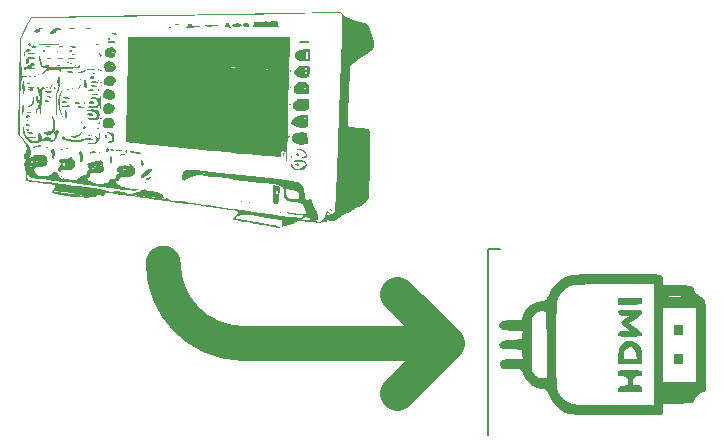
<source format=gbr>
%TF.GenerationSoftware,KiCad,Pcbnew,(6.0.7)*%
%TF.CreationDate,2022-10-26T00:08:39+02:00*%
%TF.ProjectId,TTL_to_HDMI,54544c5f-746f-45f4-9844-4d492e6b6963,rev?*%
%TF.SameCoordinates,Original*%
%TF.FileFunction,Legend,Bot*%
%TF.FilePolarity,Positive*%
%FSLAX46Y46*%
G04 Gerber Fmt 4.6, Leading zero omitted, Abs format (unit mm)*
G04 Created by KiCad (PCBNEW (6.0.7)) date 2022-10-26 00:08:39*
%MOMM*%
%LPD*%
G01*
G04 APERTURE LIST*
%ADD10C,3.000000*%
%ADD11C,0.150000*%
G04 APERTURE END LIST*
D10*
X112500000Y-105000000D02*
X108300000Y-100800000D01*
X112500000Y-105000000D02*
X108300000Y-109200000D01*
X88497059Y-98200001D02*
G75*
G03*
X95100000Y-105000000I6803877J910D01*
G01*
X112500000Y-105000000D02*
X95100000Y-105000000D01*
D11*
X116000000Y-97000000D02*
X117000000Y-97000000D01*
X116000000Y-112800000D02*
X116000000Y-97000000D01*
%TO.C,G\u002A\u002A\u002A*%
G36*
X130827790Y-110631475D02*
G01*
X130773488Y-110884644D01*
X130629686Y-111025983D01*
X130598457Y-111037306D01*
X130394730Y-111066028D01*
X130020762Y-111087520D01*
X129471246Y-111101886D01*
X128740872Y-111109233D01*
X127824330Y-111109664D01*
X126716313Y-111103284D01*
X126692187Y-111103088D01*
X126552099Y-111101949D01*
X125625287Y-111093853D01*
X124871145Y-111085444D01*
X124268766Y-111075509D01*
X123797240Y-111062834D01*
X123435657Y-111046208D01*
X123163109Y-111024418D01*
X122958685Y-110996251D01*
X122801478Y-110960494D01*
X122670577Y-110915934D01*
X122545074Y-110861359D01*
X122270676Y-110711237D01*
X121784033Y-110325483D01*
X121388126Y-109855485D01*
X121135105Y-109356887D01*
X121046265Y-109106558D01*
X120988291Y-109014772D01*
X120944119Y-108944838D01*
X120781156Y-108872211D01*
X120492137Y-108835807D01*
X119992268Y-108716425D01*
X119514252Y-108421609D01*
X119139331Y-107965540D01*
X118880954Y-107366288D01*
X119705426Y-107366288D01*
X119960302Y-107669190D01*
X120070786Y-107789344D01*
X120297882Y-107934671D01*
X120601734Y-107972093D01*
X120988291Y-107972093D01*
X120962169Y-105141666D01*
X120962140Y-105138504D01*
X121775030Y-105138504D01*
X121775400Y-105566769D01*
X121777367Y-106431419D01*
X121781669Y-107129188D01*
X121789280Y-107681070D01*
X121801173Y-108108056D01*
X121818321Y-108431138D01*
X121841699Y-108671307D01*
X121872279Y-108849557D01*
X121911036Y-108986878D01*
X121958942Y-109104263D01*
X122094344Y-109356574D01*
X122466148Y-109783936D01*
X122977057Y-110084061D01*
X122996978Y-110092065D01*
X123132863Y-110132851D01*
X123320400Y-110165438D01*
X123580336Y-110190677D01*
X123933420Y-110209418D01*
X124400399Y-110222514D01*
X125002022Y-110230815D01*
X125759035Y-110235171D01*
X126692187Y-110236434D01*
X130042636Y-110236434D01*
X130042636Y-109193088D01*
X131179457Y-109193088D01*
X131234293Y-109204738D01*
X131451838Y-109212618D01*
X131814729Y-109215515D01*
X132168367Y-109212791D01*
X132390728Y-109205048D01*
X132450924Y-109193498D01*
X132331589Y-109179357D01*
X132191963Y-109171720D01*
X131730166Y-109164780D01*
X131297868Y-109179357D01*
X131179457Y-109193088D01*
X130042636Y-109193088D01*
X130042636Y-101966666D01*
X130830232Y-101966666D01*
X130830232Y-108267442D01*
X133586822Y-108267442D01*
X133586822Y-101966666D01*
X130830232Y-101966666D01*
X130042636Y-101966666D01*
X130042636Y-101021771D01*
X131179457Y-101021771D01*
X131234293Y-101033420D01*
X131451838Y-101041300D01*
X131814729Y-101044197D01*
X132168367Y-101041473D01*
X132390728Y-101033730D01*
X132450924Y-101022181D01*
X132331589Y-101008039D01*
X132191963Y-101000402D01*
X131730166Y-100993462D01*
X131297868Y-101008039D01*
X131179457Y-101021771D01*
X130042636Y-101021771D01*
X130042636Y-99997674D01*
X126670736Y-99999836D01*
X126553790Y-99999920D01*
X125660874Y-100001465D01*
X124940564Y-100005253D01*
X124371119Y-100012345D01*
X123930795Y-100023803D01*
X123597852Y-100040689D01*
X123350547Y-100064065D01*
X123167138Y-100094992D01*
X123025882Y-100134532D01*
X122905039Y-100183748D01*
X122652728Y-100319151D01*
X122225366Y-100690954D01*
X121925241Y-101201863D01*
X121903078Y-101261578D01*
X121866265Y-101407571D01*
X121836925Y-101610258D01*
X121814295Y-101889667D01*
X121797609Y-102265825D01*
X121786104Y-102758760D01*
X121779015Y-103388500D01*
X121775579Y-104175072D01*
X121775030Y-105138504D01*
X120962140Y-105138504D01*
X120936046Y-102311240D01*
X120614842Y-102280297D01*
X120493608Y-102275737D01*
X120250231Y-102341173D01*
X119999532Y-102543461D01*
X119705426Y-102837567D01*
X119705426Y-107366288D01*
X118880954Y-107366288D01*
X118876856Y-107356783D01*
X118870077Y-107336945D01*
X118806488Y-107258689D01*
X118665133Y-107212333D01*
X118406365Y-107190171D01*
X117990540Y-107184496D01*
X117978312Y-107184493D01*
X117558360Y-107177367D01*
X117292314Y-107151397D01*
X117138482Y-107098904D01*
X117055172Y-107012209D01*
X116974480Y-106823754D01*
X116998150Y-106591956D01*
X117201949Y-106428018D01*
X117587913Y-106330622D01*
X118158081Y-106298449D01*
X118929715Y-106298449D01*
X118899160Y-105929263D01*
X118868604Y-105560077D01*
X117992800Y-105510853D01*
X117603457Y-105483267D01*
X117291958Y-105440564D01*
X117106539Y-105378803D01*
X117008807Y-105289341D01*
X116953420Y-105157688D01*
X117008807Y-104944767D01*
X117086495Y-104867218D01*
X117255708Y-104801704D01*
X117545013Y-104756598D01*
X117992800Y-104723256D01*
X118868604Y-104674031D01*
X118899160Y-104304845D01*
X118929715Y-103935659D01*
X118147082Y-103935659D01*
X117891311Y-103932734D01*
X117539608Y-103908059D01*
X117304834Y-103850396D01*
X117135571Y-103750325D01*
X117029053Y-103655463D01*
X116960498Y-103510962D01*
X117022332Y-103311191D01*
X117075845Y-103208825D01*
X117163467Y-103123370D01*
X117315216Y-103073519D01*
X117575341Y-103046337D01*
X117988091Y-103028889D01*
X118838211Y-103000387D01*
X118968684Y-102620102D01*
X119228136Y-102125928D01*
X119620430Y-101729301D01*
X120102306Y-101469306D01*
X120633584Y-101375969D01*
X120705288Y-101375190D01*
X120896314Y-101343899D01*
X121006810Y-101227385D01*
X121098356Y-100972145D01*
X121129161Y-100883151D01*
X121357477Y-100467836D01*
X121702675Y-100042882D01*
X122113333Y-99664798D01*
X122538025Y-99390095D01*
X122597849Y-99360946D01*
X122718843Y-99307360D01*
X122848782Y-99264023D01*
X123008549Y-99229640D01*
X123219029Y-99202915D01*
X123501104Y-99182553D01*
X123875656Y-99167258D01*
X124363571Y-99155733D01*
X124985729Y-99146683D01*
X125763016Y-99138812D01*
X126716313Y-99130824D01*
X127111306Y-99127921D01*
X128154224Y-99123824D01*
X129007455Y-99126573D01*
X129676307Y-99136272D01*
X130166091Y-99153028D01*
X130482114Y-99176944D01*
X130629686Y-99208125D01*
X130683788Y-99242395D01*
X130797626Y-99409700D01*
X130830232Y-99705789D01*
X130830232Y-100096124D01*
X132048798Y-100096124D01*
X132182778Y-100096192D01*
X132680205Y-100101288D01*
X133023473Y-100123441D01*
X133247592Y-100175092D01*
X133387570Y-100268681D01*
X133478418Y-100416651D01*
X133555143Y-100631444D01*
X133662144Y-100832290D01*
X133937548Y-101013849D01*
X134009745Y-101036392D01*
X134130923Y-101076716D01*
X134228965Y-101128080D01*
X134306170Y-101209071D01*
X134364834Y-101338273D01*
X134407257Y-101534272D01*
X134435735Y-101815656D01*
X134452567Y-102201009D01*
X134460050Y-102708917D01*
X134460483Y-103357967D01*
X134456162Y-104166744D01*
X134449387Y-105153834D01*
X134423643Y-109004163D01*
X134043662Y-109201887D01*
X133748628Y-109413809D01*
X133501430Y-109744186D01*
X133339180Y-110088759D01*
X131814729Y-110122243D01*
X130830232Y-110143867D01*
X130830232Y-110531260D01*
X130827790Y-110631475D01*
G37*
G36*
X128318786Y-107283257D02*
G01*
X128678504Y-107288640D01*
X128897217Y-107307167D01*
X129010006Y-107346990D01*
X129051953Y-107416260D01*
X129058139Y-107523127D01*
X129038786Y-107666725D01*
X128934408Y-107755034D01*
X128688953Y-107793863D01*
X128638649Y-107798217D01*
X128420357Y-107839295D01*
X128325105Y-107949864D01*
X128289212Y-108193604D01*
X128258657Y-108562791D01*
X128658398Y-108562791D01*
X128753361Y-108563371D01*
X128960047Y-108585306D01*
X129042958Y-108669758D01*
X129058139Y-108858139D01*
X129058139Y-109153488D01*
X128090052Y-109153488D01*
X127825969Y-109150886D01*
X127448095Y-109136869D01*
X127174779Y-109113440D01*
X127052178Y-109083702D01*
X127017743Y-109008590D01*
X127011157Y-108812966D01*
X127049352Y-108704089D01*
X127184504Y-108620989D01*
X127463922Y-108581469D01*
X127641980Y-108566956D01*
X127812404Y-108524311D01*
X127867425Y-108414775D01*
X127857721Y-108187671D01*
X127846140Y-108066685D01*
X127798583Y-107897656D01*
X127672627Y-107824108D01*
X127409108Y-107794145D01*
X127365155Y-107790813D01*
X127121522Y-107755078D01*
X127014503Y-107677461D01*
X126990698Y-107523409D01*
X126992038Y-107454748D01*
X127015207Y-107371137D01*
X127094947Y-107320312D01*
X127266342Y-107294113D01*
X127564471Y-107284377D01*
X128024418Y-107282946D01*
X128318786Y-107283257D01*
G37*
G36*
X127013326Y-106104672D02*
G01*
X127073984Y-105622809D01*
X127201801Y-105238017D01*
X127410249Y-104983085D01*
X127717140Y-104825642D01*
X127838407Y-104790093D01*
X128110313Y-104770223D01*
X128413318Y-104862538D01*
X128563160Y-104940785D01*
X128841404Y-105226847D01*
X129004770Y-105658446D01*
X129058139Y-106246063D01*
X129058139Y-106790697D01*
X126964241Y-106790697D01*
X126999461Y-106298449D01*
X127482946Y-106298449D01*
X128577777Y-106298449D01*
X128547222Y-105932356D01*
X128540218Y-105864951D01*
X128454781Y-105594460D01*
X128257275Y-105421352D01*
X128112959Y-105349841D01*
X127944937Y-105336741D01*
X127740414Y-105445141D01*
X127701724Y-105471694D01*
X127530288Y-105667734D01*
X127482946Y-105956145D01*
X127482946Y-106298449D01*
X126999461Y-106298449D01*
X127013326Y-106104672D01*
G37*
G36*
X128163775Y-102163689D02*
G01*
X128578332Y-102167980D01*
X128840328Y-102183315D01*
X128984481Y-102216304D01*
X129045511Y-102273558D01*
X129058139Y-102361688D01*
X129042782Y-102432939D01*
X128873707Y-102643712D01*
X128516667Y-102906186D01*
X128250952Y-103081755D01*
X128051463Y-103224922D01*
X127975194Y-103295736D01*
X128045337Y-103361793D01*
X128240436Y-103502503D01*
X128516667Y-103685287D01*
X128684549Y-103798299D01*
X128965006Y-104039568D01*
X129058139Y-104229785D01*
X129057494Y-104257622D01*
X129034955Y-104336552D01*
X128954413Y-104386436D01*
X128781148Y-104413882D01*
X128480441Y-104425502D01*
X128017571Y-104427907D01*
X127748089Y-104427610D01*
X127378107Y-104422548D01*
X127153019Y-104405329D01*
X127038960Y-104368520D01*
X127002063Y-104304687D01*
X127008463Y-104206395D01*
X127013745Y-104174529D01*
X127072555Y-104050955D01*
X127221731Y-103986471D01*
X127514492Y-103954594D01*
X127989061Y-103924304D01*
X127581121Y-103628793D01*
X127510888Y-103576677D01*
X127307070Y-103385693D01*
X127270238Y-103226334D01*
X127406484Y-103065827D01*
X127721899Y-102871401D01*
X128024418Y-102706173D01*
X127532170Y-102656381D01*
X127455299Y-102648155D01*
X127189191Y-102601228D01*
X127057493Y-102522471D01*
X127008463Y-102385077D01*
X127001707Y-102327702D01*
X127014282Y-102248789D01*
X127088290Y-102200353D01*
X127257596Y-102174959D01*
X127556068Y-102165175D01*
X128017571Y-102163566D01*
X128163775Y-102163689D01*
G37*
G36*
X129040066Y-101449806D02*
G01*
X129037127Y-101475061D01*
X129013126Y-101595035D01*
X128949863Y-101669472D01*
X128807953Y-101711339D01*
X128548013Y-101733604D01*
X128130660Y-101749233D01*
X127956741Y-101753866D01*
X127570400Y-101756270D01*
X127274256Y-101747173D01*
X127121551Y-101727711D01*
X127036734Y-101635340D01*
X126990698Y-101428283D01*
X126990698Y-101179070D01*
X129071218Y-101179070D01*
X129040066Y-101449806D01*
G37*
G36*
X132503876Y-106790697D02*
G01*
X131716279Y-106790697D01*
X131716279Y-105904651D01*
X132503876Y-105904651D01*
X132503876Y-106790697D01*
G37*
G36*
X132503876Y-104329457D02*
G01*
X131716279Y-104329457D01*
X131716279Y-103443411D01*
X132503876Y-103443411D01*
X132503876Y-104329457D01*
G37*
G36*
X78386578Y-90013200D02*
G01*
X78131966Y-90051339D01*
X77943792Y-90043735D01*
X77712698Y-90060546D01*
X77609839Y-90136407D01*
X77587156Y-90292600D01*
X77607474Y-90503429D01*
X77711610Y-90689772D01*
X77716873Y-90699189D01*
X77952875Y-90798435D01*
X78351041Y-90826000D01*
X78681772Y-90812522D01*
X78904350Y-90757714D01*
X79020196Y-90648200D01*
X79159266Y-90517595D01*
X79361668Y-90468323D01*
X79540560Y-90515497D01*
X79617600Y-90657853D01*
X79675380Y-90834660D01*
X79838265Y-91038853D01*
X79850695Y-91049660D01*
X79976245Y-91141457D01*
X79988705Y-91111930D01*
X79972282Y-91072294D01*
X80031288Y-91038410D01*
X80249969Y-91086530D01*
X80333608Y-91109252D01*
X80799652Y-91181206D01*
X81154417Y-91136637D01*
X81368379Y-90978399D01*
X81495353Y-90853941D01*
X81775640Y-90775199D01*
X81801711Y-90774925D01*
X81999957Y-90727887D01*
X82056000Y-90577996D01*
X82071950Y-90461388D01*
X82155520Y-90319285D01*
X82196602Y-90250078D01*
X82144889Y-90097819D01*
X82480351Y-90097819D01*
X82489323Y-90202350D01*
X82632751Y-90259178D01*
X82721784Y-90244152D01*
X82691000Y-90199912D01*
X82643506Y-90173515D01*
X82564000Y-90049537D01*
X82571767Y-90016427D01*
X82665600Y-90013200D01*
X82705456Y-90028475D01*
X82767200Y-89959929D01*
X82758448Y-89911638D01*
X82758354Y-89911600D01*
X83173600Y-89911600D01*
X83224400Y-89962400D01*
X83275200Y-89911600D01*
X83224400Y-89860800D01*
X83173600Y-89911600D01*
X82758354Y-89911600D01*
X82673994Y-89877363D01*
X82557399Y-89950910D01*
X82480351Y-90097819D01*
X82144889Y-90097819D01*
X82132664Y-90061825D01*
X82109201Y-90021220D01*
X82077456Y-89831151D01*
X82226466Y-89708590D01*
X82227491Y-89708400D01*
X83072000Y-89708400D01*
X83122800Y-89759200D01*
X83173600Y-89708400D01*
X83122800Y-89657600D01*
X83072000Y-89708400D01*
X82227491Y-89708400D01*
X82564000Y-89646050D01*
X82587662Y-89643957D01*
X82863912Y-89594677D01*
X83049776Y-89520812D01*
X83165684Y-89493946D01*
X83313650Y-89602204D01*
X83366921Y-89708400D01*
X83427717Y-89829598D01*
X83440699Y-89911600D01*
X83475169Y-90129329D01*
X83457053Y-90313762D01*
X83343813Y-90488465D01*
X83099080Y-90570295D01*
X82691000Y-90577456D01*
X82562265Y-90572222D01*
X82356179Y-90585499D01*
X82273501Y-90664411D01*
X82257645Y-90843726D01*
X82255699Y-90925482D01*
X82228974Y-91042785D01*
X82161569Y-90981342D01*
X82102242Y-90910401D01*
X82010080Y-90888853D01*
X82018650Y-90980614D01*
X82131556Y-91148332D01*
X82132030Y-91148868D01*
X82224222Y-91215466D01*
X82336850Y-91296827D01*
X82635729Y-91423438D01*
X82960213Y-91510347D01*
X83241849Y-91539203D01*
X83249025Y-91537200D01*
X83884800Y-91537200D01*
X83935600Y-91588000D01*
X83986400Y-91537200D01*
X83935600Y-91486400D01*
X83884800Y-91537200D01*
X83249025Y-91537200D01*
X83412184Y-91491656D01*
X83486173Y-91440311D01*
X83701921Y-91384800D01*
X83801375Y-91360127D01*
X83884800Y-91232400D01*
X83962238Y-91118532D01*
X84215000Y-91080000D01*
X84347520Y-91077490D01*
X84484394Y-91038191D01*
X84536762Y-90906841D01*
X84545200Y-90627879D01*
X84548470Y-90515203D01*
X84596000Y-90515203D01*
X84597988Y-90566500D01*
X84645981Y-90669109D01*
X84744062Y-90579020D01*
X84757868Y-90542386D01*
X84699258Y-90420624D01*
X84645988Y-90410560D01*
X84596000Y-90515203D01*
X84548470Y-90515203D01*
X84548719Y-90506627D01*
X84566738Y-90368800D01*
X85053200Y-90368800D01*
X85063200Y-90422875D01*
X85182740Y-90530513D01*
X85231314Y-90536749D01*
X85208140Y-90505113D01*
X85180602Y-90487915D01*
X85104000Y-90354337D01*
X85111767Y-90321227D01*
X85205600Y-90318000D01*
X85245456Y-90333275D01*
X85307200Y-90264729D01*
X85294959Y-90219239D01*
X85180200Y-90191000D01*
X85133320Y-90216245D01*
X85053200Y-90368800D01*
X84566738Y-90368800D01*
X84584630Y-90231949D01*
X84646800Y-90075351D01*
X84718498Y-90025379D01*
X84979968Y-89945472D01*
X85287232Y-89925991D01*
X85533514Y-89978588D01*
X85536940Y-89980341D01*
X85660024Y-90016893D01*
X85649644Y-89913950D01*
X85628926Y-89825698D01*
X85680504Y-89762492D01*
X85807602Y-89819265D01*
X85961839Y-89985006D01*
X86078972Y-90196115D01*
X86088706Y-90264729D01*
X86122796Y-90505036D01*
X86102433Y-90542386D01*
X85993343Y-90742484D01*
X85707412Y-90885574D01*
X85281800Y-90911423D01*
X85068939Y-90896263D01*
X84882694Y-90907958D01*
X84808196Y-90984812D01*
X84791179Y-91153610D01*
X84790967Y-91160499D01*
X84769978Y-91316698D01*
X84731913Y-91308600D01*
X84665008Y-91207877D01*
X84566110Y-91202525D01*
X84537692Y-91354058D01*
X84562383Y-91428396D01*
X84669073Y-91537200D01*
X84747878Y-91617566D01*
X84995672Y-91740400D01*
X85067333Y-91775923D01*
X85470342Y-91882728D01*
X85906502Y-91917245D01*
X85999593Y-91915818D01*
X86264059Y-91922158D01*
X86353143Y-91952168D01*
X86288658Y-92011212D01*
X86244268Y-92030555D01*
X85991773Y-92071480D01*
X85679058Y-92059616D01*
X85474531Y-92032363D01*
X85083707Y-91980635D01*
X84601146Y-91917003D01*
X84088000Y-91849540D01*
X83992231Y-91836942D01*
X83414598Y-91760236D01*
X83266690Y-91740400D01*
X84494400Y-91740400D01*
X84545200Y-91791200D01*
X84596000Y-91740400D01*
X84545200Y-91689600D01*
X84494400Y-91740400D01*
X83266690Y-91740400D01*
X82728982Y-91668288D01*
X82013133Y-91571560D01*
X81344800Y-91480509D01*
X81108893Y-91448570D01*
X80509108Y-91370372D01*
X79948412Y-91301162D01*
X79480833Y-91247486D01*
X79466027Y-91246026D01*
X80245172Y-91246026D01*
X80328800Y-91283200D01*
X80382587Y-91275867D01*
X80396534Y-91215466D01*
X80381643Y-91203307D01*
X80261067Y-91215466D01*
X80245172Y-91246026D01*
X79466027Y-91246026D01*
X79160400Y-91215888D01*
X78823693Y-91182573D01*
X78317188Y-91119194D01*
X77839600Y-91047268D01*
X77128400Y-90927600D01*
X77079921Y-90518765D01*
X77397100Y-90518765D01*
X77461856Y-90692095D01*
X77464592Y-90694780D01*
X77520161Y-90689772D01*
X77501831Y-90503503D01*
X77483333Y-90419895D01*
X77440503Y-90318103D01*
X77403319Y-90404991D01*
X77397100Y-90518765D01*
X77079921Y-90518765D01*
X77029212Y-90091126D01*
X77228087Y-90091126D01*
X77283989Y-90165600D01*
X77329230Y-90148431D01*
X77382400Y-90013200D01*
X77377987Y-89943764D01*
X77342471Y-89860800D01*
X77316173Y-89879518D01*
X77244059Y-90013200D01*
X77228087Y-90091126D01*
X77029212Y-90091126D01*
X77007924Y-89911600D01*
X76991962Y-90546600D01*
X76991726Y-90556059D01*
X76989100Y-90899931D01*
X77013315Y-91089561D01*
X77079954Y-91172585D01*
X77204600Y-91196642D01*
X77339582Y-91205904D01*
X77589046Y-91226951D01*
X77861489Y-91257708D01*
X78246000Y-91307671D01*
X78418061Y-91330254D01*
X78792090Y-91378685D01*
X79307373Y-91445002D01*
X79930042Y-91524856D01*
X80626229Y-91613900D01*
X80821388Y-91638800D01*
X81362066Y-91707784D01*
X81957359Y-91786108D01*
X82612795Y-91878969D01*
X83159220Y-91964034D01*
X83573423Y-92037425D01*
X83832191Y-92095266D01*
X83912312Y-92133681D01*
X83929353Y-92159533D01*
X83943721Y-92181331D01*
X84120802Y-92160395D01*
X84142241Y-92155457D01*
X84377911Y-92131729D01*
X84672419Y-92136204D01*
X84973361Y-92162648D01*
X85228335Y-92204827D01*
X85309054Y-92231466D01*
X85384936Y-92256509D01*
X85390763Y-92311459D01*
X85389343Y-92342084D01*
X85537996Y-92352871D01*
X85815200Y-92331999D01*
X86030905Y-92296926D01*
X86375616Y-92200389D01*
X86613459Y-92082830D01*
X86652913Y-92053212D01*
X86764248Y-92001015D01*
X86856111Y-92001015D01*
X86882000Y-92096000D01*
X86902874Y-92126075D01*
X86995593Y-92197600D01*
X87009490Y-92190984D01*
X86997447Y-92146800D01*
X87644000Y-92146800D01*
X87694800Y-92197600D01*
X87745600Y-92146800D01*
X87694800Y-92096000D01*
X87644000Y-92146800D01*
X86997447Y-92146800D01*
X86983600Y-92096000D01*
X86962727Y-92065924D01*
X86870008Y-91994400D01*
X86856111Y-92001015D01*
X86764248Y-92001015D01*
X86860187Y-91956036D01*
X87056644Y-92006304D01*
X87223533Y-92061619D01*
X87502341Y-92069080D01*
X87678365Y-92070582D01*
X87830608Y-92146800D01*
X87858996Y-92161012D01*
X87932203Y-92227322D01*
X88120898Y-92299200D01*
X88132785Y-92299720D01*
X88307130Y-92369921D01*
X88442886Y-92478109D01*
X88480056Y-92507731D01*
X88522536Y-92579709D01*
X88558400Y-92640476D01*
X88530949Y-92674465D01*
X88528671Y-92675395D01*
X88380600Y-92735858D01*
X88347436Y-92748755D01*
X88429707Y-92754477D01*
X88660000Y-92738733D01*
X88807355Y-92728477D01*
X88988409Y-92738006D01*
X88982742Y-92788214D01*
X88973431Y-92812811D01*
X89080186Y-92864938D01*
X89305700Y-92916129D01*
X89594271Y-92958921D01*
X89890198Y-92985848D01*
X90137781Y-92989444D01*
X90281318Y-92962246D01*
X90309683Y-92950500D01*
X90403923Y-93009566D01*
X90514924Y-93064465D01*
X90773208Y-93110321D01*
X91122852Y-93137199D01*
X91128915Y-93137429D01*
X91471210Y-93162428D01*
X91715284Y-93202870D01*
X91808652Y-93250115D01*
X91812098Y-93261659D01*
X91930072Y-93301559D01*
X92163597Y-93296104D01*
X92207358Y-93291497D01*
X92436829Y-93286472D01*
X92544597Y-93317878D01*
X92602989Y-93340376D01*
X92833380Y-93389215D01*
X93206881Y-93453674D01*
X93689689Y-93528023D01*
X94248000Y-93606534D01*
X94574635Y-93650648D01*
X95194324Y-93735173D01*
X95771149Y-93814839D01*
X96192916Y-93874000D01*
X96252259Y-93882324D01*
X96584800Y-93930306D01*
X97596675Y-94077654D01*
X98458299Y-94196570D01*
X99159654Y-94285851D01*
X99690742Y-94344300D01*
X100041564Y-94370716D01*
X100202122Y-94363903D01*
X100334087Y-94262194D01*
X100307728Y-94166606D01*
X100138341Y-94158081D01*
X99982546Y-94168822D01*
X99719398Y-94141790D01*
X99425364Y-94084925D01*
X99158568Y-94012029D01*
X98977135Y-93936902D01*
X98939188Y-93873346D01*
X98948765Y-93868003D01*
X99093075Y-93875129D01*
X99334730Y-93934686D01*
X99557094Y-93982195D01*
X99878778Y-94018335D01*
X100209554Y-94033531D01*
X100479394Y-94024810D01*
X100618269Y-93989197D01*
X100620316Y-93986014D01*
X100594378Y-93870664D01*
X100498844Y-93660516D01*
X100495246Y-93653587D01*
X100412150Y-93467600D01*
X100648800Y-93467600D01*
X100699600Y-93518400D01*
X100750400Y-93467600D01*
X100699600Y-93416800D01*
X100648800Y-93467600D01*
X100412150Y-93467600D01*
X100388999Y-93415782D01*
X100348060Y-93264400D01*
X100648800Y-93264400D01*
X100699600Y-93315200D01*
X100750400Y-93264400D01*
X100699600Y-93213600D01*
X100648800Y-93264400D01*
X100348060Y-93264400D01*
X100344626Y-93251700D01*
X100302107Y-93185736D01*
X100102961Y-93097383D01*
X99788131Y-93034409D01*
X99410221Y-93010400D01*
X99109846Y-92987133D01*
X98871415Y-92874715D01*
X98751414Y-92636969D01*
X98723559Y-92301048D01*
X98921600Y-92301048D01*
X98939763Y-92554630D01*
X99028592Y-92679450D01*
X99239100Y-92743700D01*
X99518894Y-92786577D01*
X99804338Y-92807200D01*
X99938912Y-92795194D01*
X100022141Y-92708223D01*
X100020238Y-92484077D01*
X99999562Y-92341480D01*
X99930023Y-92207272D01*
X99766143Y-92121068D01*
X99455000Y-92041425D01*
X98921600Y-91921896D01*
X98921600Y-92301048D01*
X98723559Y-92301048D01*
X98718400Y-92238829D01*
X98709967Y-92007453D01*
X98676434Y-91793542D01*
X98625478Y-91735036D01*
X98592594Y-91747988D01*
X98496796Y-91685185D01*
X98435460Y-91638234D01*
X98218158Y-91575193D01*
X97905169Y-91531716D01*
X97675707Y-91508561D01*
X97267008Y-91462065D01*
X96721212Y-91396975D01*
X96071509Y-91317313D01*
X95351090Y-91227102D01*
X94593148Y-91130363D01*
X93856740Y-91037121D01*
X93160147Y-90952092D01*
X92542903Y-90879912D01*
X92035530Y-90824054D01*
X91668548Y-90787992D01*
X91472478Y-90775200D01*
X91400142Y-90776857D01*
X90840591Y-90894724D01*
X90344573Y-91175845D01*
X90245251Y-91253391D01*
X90183841Y-91268442D01*
X90223592Y-91130800D01*
X90254045Y-91011033D01*
X90199882Y-91029200D01*
X90138076Y-91116331D01*
X90045111Y-91334000D01*
X90017395Y-91415411D01*
X90018231Y-91360157D01*
X90046693Y-91188683D01*
X90095326Y-90945120D01*
X90156675Y-90673600D01*
X90181832Y-90612216D01*
X91837117Y-90612216D01*
X91838690Y-90646899D01*
X91970467Y-90665578D01*
X92070335Y-90649309D01*
X92031850Y-90604195D01*
X91973098Y-90587962D01*
X91837117Y-90612216D01*
X90181832Y-90612216D01*
X90268036Y-90401879D01*
X90450100Y-90287769D01*
X90580489Y-90293402D01*
X90888848Y-90319832D01*
X91349729Y-90364394D01*
X91938277Y-90424327D01*
X92629633Y-90496873D01*
X93398942Y-90579272D01*
X94042561Y-90649309D01*
X94221347Y-90668764D01*
X95071990Y-90762590D01*
X95926014Y-90857990D01*
X96758565Y-90952205D01*
X97544783Y-91042475D01*
X98259813Y-91126041D01*
X98878798Y-91200144D01*
X99376882Y-91262023D01*
X99729206Y-91308919D01*
X99910915Y-91338074D01*
X99990570Y-91362154D01*
X100237240Y-91558420D01*
X100409027Y-91929454D01*
X100510510Y-92484010D01*
X100541481Y-92708223D01*
X100551310Y-92779377D01*
X100606790Y-93019763D01*
X100660085Y-93112000D01*
X100695463Y-93084001D01*
X100679146Y-92942933D01*
X100656838Y-92842405D01*
X100733135Y-92847329D01*
X100787666Y-92868963D01*
X100852000Y-92813196D01*
X100855905Y-92783705D01*
X100953600Y-92705600D01*
X101013028Y-92744629D01*
X101055200Y-92910818D01*
X101061767Y-92968836D01*
X101145673Y-93214345D01*
X101172228Y-93264400D01*
X101280028Y-93467600D01*
X101295274Y-93496338D01*
X101369065Y-93626904D01*
X101487285Y-93904561D01*
X101567237Y-94178664D01*
X101600081Y-94402755D01*
X101576980Y-94530372D01*
X101489093Y-94515056D01*
X101397056Y-94462136D01*
X101419345Y-94570829D01*
X101428170Y-94585197D01*
X101471105Y-94655101D01*
X101624098Y-94737600D01*
X101773789Y-94695365D01*
X102005200Y-94525120D01*
X102195424Y-94290798D01*
X102274400Y-94064874D01*
X102274572Y-94046956D01*
X102294110Y-93963607D01*
X102376000Y-93963607D01*
X102385136Y-94032233D01*
X102477600Y-94178800D01*
X102528386Y-94189645D01*
X102579200Y-94089192D01*
X102570065Y-94020566D01*
X102477600Y-93874000D01*
X102426815Y-93863154D01*
X102376000Y-93963607D01*
X102294110Y-93963607D01*
X102326424Y-93825751D01*
X102449578Y-93783279D01*
X102613210Y-93931660D01*
X102699692Y-94047443D01*
X102782968Y-94082196D01*
X102875557Y-93958759D01*
X102930950Y-93875477D01*
X102958971Y-93887083D01*
X102929783Y-94077200D01*
X102927658Y-94089192D01*
X102914652Y-94162586D01*
X102911166Y-94284984D01*
X102970562Y-94228634D01*
X102971183Y-94227640D01*
X103005665Y-94077888D01*
X103041799Y-93760236D01*
X103076884Y-93309280D01*
X103108221Y-92759614D01*
X103133109Y-92145834D01*
X103184667Y-90597477D01*
X103274189Y-88039175D01*
X103364862Y-85616703D01*
X103458313Y-83287282D01*
X103556166Y-81008131D01*
X103574409Y-80591074D01*
X103613300Y-79642057D01*
X103640110Y-78872956D01*
X103655024Y-78267232D01*
X103658227Y-77808346D01*
X103649904Y-77479760D01*
X103630242Y-77264935D01*
X103599424Y-77147331D01*
X103482127Y-76906800D01*
X103697490Y-77154591D01*
X103747897Y-77203151D01*
X104009392Y-77372097D01*
X104380266Y-77550395D01*
X104793588Y-77711104D01*
X105182428Y-77827286D01*
X105479856Y-77871999D01*
X105631385Y-77901646D01*
X105843360Y-78039576D01*
X105891006Y-78117294D01*
X105997262Y-78371356D01*
X106115240Y-78722216D01*
X106228713Y-79112320D01*
X106321457Y-79484112D01*
X106377243Y-79780036D01*
X106379847Y-79942537D01*
X106282597Y-80042521D01*
X106050324Y-80228023D01*
X105717951Y-80472339D01*
X105320336Y-80748940D01*
X104894947Y-81039460D01*
X104608284Y-81247759D01*
X104433736Y-81403596D01*
X104343187Y-81537745D01*
X104308523Y-81680984D01*
X104301628Y-81864088D01*
X104301545Y-81870885D01*
X104295322Y-82114079D01*
X104281614Y-82518581D01*
X104261909Y-83044571D01*
X104237698Y-83652233D01*
X104210468Y-84301746D01*
X104207232Y-84377973D01*
X104183834Y-85001411D01*
X104168084Y-85559491D01*
X104160573Y-86017813D01*
X104161894Y-86341979D01*
X104172640Y-86497590D01*
X104222182Y-86587261D01*
X104353679Y-86655606D01*
X104605560Y-86701928D01*
X105019229Y-86737986D01*
X105104558Y-86744169D01*
X105485093Y-86780174D01*
X105777831Y-86821156D01*
X105925203Y-86859398D01*
X105945676Y-86899348D01*
X105974251Y-87106983D01*
X105992107Y-87494029D01*
X105999360Y-88066369D01*
X105996125Y-88829883D01*
X105982517Y-89790456D01*
X105931885Y-92654800D01*
X105636050Y-93018357D01*
X105547145Y-93116500D01*
X105268372Y-93341540D01*
X104860328Y-93580908D01*
X104289908Y-93855181D01*
X103911184Y-94033300D01*
X103568760Y-94210853D01*
X103340826Y-94348835D01*
X103263556Y-94427090D01*
X103250259Y-94467007D01*
X103108207Y-94543413D01*
X102873447Y-94600646D01*
X102620100Y-94623689D01*
X102422289Y-94597527D01*
X102344230Y-94578606D01*
X102317906Y-94624197D01*
X102324783Y-94638438D01*
X102265353Y-94717152D01*
X102045489Y-94762587D01*
X101700325Y-94773353D01*
X101264993Y-94748057D01*
X100774628Y-94685309D01*
X100274145Y-94616799D01*
X99960969Y-94604270D01*
X99828846Y-94647576D01*
X99733356Y-94715281D01*
X99708677Y-94732779D01*
X99451590Y-94857882D01*
X99114215Y-94994894D01*
X98769900Y-95106203D01*
X98434489Y-95181514D01*
X98210400Y-95194060D01*
X97836613Y-95130360D01*
X96952071Y-94979447D01*
X96241674Y-94857920D01*
X95686279Y-94762469D01*
X95266740Y-94689784D01*
X94963911Y-94636553D01*
X94758648Y-94599466D01*
X94631803Y-94575211D01*
X94355206Y-94519485D01*
X94377960Y-94494946D01*
X94657655Y-94494946D01*
X94736070Y-94495917D01*
X94760904Y-94487409D01*
X94945578Y-94487078D01*
X95218670Y-94527800D01*
X95444237Y-94569358D01*
X95836237Y-94634749D01*
X96320291Y-94711157D01*
X96838800Y-94789287D01*
X96842292Y-94789800D01*
X97322162Y-94866171D01*
X97729455Y-94941838D01*
X98021223Y-95008088D01*
X98154520Y-95056208D01*
X98270186Y-95121474D01*
X98437008Y-95137535D01*
X98522974Y-95067800D01*
X98531127Y-95007841D01*
X98564725Y-94814203D01*
X98570248Y-94715281D01*
X98515502Y-94585386D01*
X98450856Y-94566445D01*
X98210451Y-94517600D01*
X98132878Y-94503730D01*
X100174411Y-94503730D01*
X100314367Y-94534400D01*
X100519754Y-94543503D01*
X100813900Y-94572085D01*
X100831046Y-94574246D01*
X100985644Y-94585197D01*
X100977757Y-94564395D01*
X100928858Y-94536385D01*
X100906833Y-94426274D01*
X100907194Y-94384742D01*
X100789810Y-94400429D01*
X100675810Y-94423355D01*
X100698632Y-94332767D01*
X100732486Y-94250753D01*
X100639099Y-94287244D01*
X100567626Y-94326014D01*
X100360091Y-94396919D01*
X100208060Y-94441356D01*
X100174411Y-94503730D01*
X98132878Y-94503730D01*
X97828691Y-94449342D01*
X97341056Y-94367932D01*
X96783025Y-94279632D01*
X96464608Y-94231188D01*
X95908400Y-94152203D01*
X95510132Y-94106890D01*
X95241124Y-94093234D01*
X95072696Y-94109225D01*
X94976171Y-94152849D01*
X94943930Y-94178604D01*
X94862904Y-94226302D01*
X94908400Y-94128000D01*
X94935695Y-94080188D01*
X94945380Y-94028214D01*
X94826303Y-94115040D01*
X94728648Y-94229324D01*
X94660539Y-94383467D01*
X94657655Y-94494946D01*
X94377960Y-94494946D01*
X94606403Y-94248581D01*
X94711418Y-94131302D01*
X94835503Y-93946984D01*
X94816241Y-93874000D01*
X94959200Y-93874000D01*
X95010000Y-93924800D01*
X95060800Y-93874000D01*
X95010000Y-93823200D01*
X94959200Y-93874000D01*
X94816241Y-93874000D01*
X94807439Y-93840648D01*
X94629000Y-93775136D01*
X94481811Y-93750150D01*
X94155431Y-93700644D01*
X93674381Y-93630129D01*
X93062207Y-93541888D01*
X92342454Y-93439207D01*
X91538668Y-93325369D01*
X90674393Y-93203661D01*
X89773176Y-93077366D01*
X88858562Y-92949769D01*
X87954096Y-92824155D01*
X87083324Y-92703809D01*
X86863427Y-92673591D01*
X87499766Y-92673591D01*
X87644000Y-92689557D01*
X87783764Y-92675395D01*
X87771000Y-92638312D01*
X87725011Y-92624893D01*
X87517000Y-92638312D01*
X87499766Y-92673591D01*
X86863427Y-92673591D01*
X86269790Y-92592014D01*
X85907675Y-92542616D01*
X86757117Y-92542616D01*
X86758690Y-92577299D01*
X86890467Y-92595978D01*
X86990335Y-92579709D01*
X86951850Y-92534595D01*
X86893098Y-92518362D01*
X86757117Y-92542616D01*
X85907675Y-92542616D01*
X85537042Y-92492056D01*
X85158965Y-92441016D01*
X86045917Y-92441016D01*
X86047490Y-92475699D01*
X86179267Y-92494378D01*
X86279135Y-92478109D01*
X86240650Y-92432995D01*
X86181898Y-92416762D01*
X86045917Y-92441016D01*
X85158965Y-92441016D01*
X84908623Y-92407220D01*
X84408079Y-92340790D01*
X84058957Y-92296050D01*
X83884800Y-92276286D01*
X83792315Y-92270979D01*
X83598106Y-92294318D01*
X83579023Y-92340782D01*
X83559173Y-92389116D01*
X83549719Y-92459678D01*
X83430066Y-92493958D01*
X83152773Y-92469802D01*
X83012966Y-92453463D01*
X82875495Y-92453185D01*
X82902264Y-92478109D01*
X82915248Y-92490198D01*
X82938941Y-92501624D01*
X82926852Y-92549713D01*
X82720946Y-92594800D01*
X82316532Y-92638043D01*
X82058536Y-92654481D01*
X81553320Y-92652197D01*
X80986265Y-92600904D01*
X80290965Y-92495944D01*
X80262853Y-92491142D01*
X79976360Y-92441016D01*
X81372317Y-92441016D01*
X81373890Y-92475699D01*
X81505667Y-92494378D01*
X81605535Y-92478109D01*
X81567050Y-92432995D01*
X81508298Y-92416762D01*
X81372317Y-92441016D01*
X79976360Y-92441016D01*
X79793391Y-92409003D01*
X79405741Y-92337686D01*
X79139448Y-92284693D01*
X79034058Y-92257523D01*
X79032164Y-92252357D01*
X79040168Y-92235889D01*
X79829267Y-92235889D01*
X79830908Y-92237096D01*
X79955827Y-92264188D01*
X80224915Y-92297883D01*
X80582800Y-92331180D01*
X80856636Y-92351372D01*
X81046981Y-92357951D01*
X81053799Y-92340782D01*
X80887600Y-92298746D01*
X80680918Y-92262026D01*
X84613972Y-92262026D01*
X84697600Y-92299200D01*
X84751387Y-92291867D01*
X84765334Y-92231466D01*
X84750443Y-92219307D01*
X84629867Y-92231466D01*
X84613972Y-92262026D01*
X80680918Y-92262026D01*
X80637324Y-92254281D01*
X80333705Y-92218869D01*
X80059691Y-92201735D01*
X79872480Y-92206276D01*
X79829267Y-92235889D01*
X79040168Y-92235889D01*
X79084629Y-92144407D01*
X79091372Y-92135005D01*
X79276409Y-92135005D01*
X79291686Y-92166811D01*
X79465200Y-92177793D01*
X79496751Y-92177123D01*
X79631699Y-92159533D01*
X79590267Y-92127192D01*
X79487162Y-92110858D01*
X79285467Y-92130956D01*
X79276409Y-92135005D01*
X79091372Y-92135005D01*
X79221361Y-91953759D01*
X79245487Y-91922139D01*
X79360508Y-91727964D01*
X79370181Y-91638800D01*
X79516000Y-91638800D01*
X79566800Y-91689600D01*
X79617600Y-91638800D01*
X79566800Y-91588000D01*
X79516000Y-91638800D01*
X79370181Y-91638800D01*
X79372852Y-91614184D01*
X79261169Y-91579897D01*
X78986846Y-91530026D01*
X78593345Y-91472566D01*
X78123107Y-91414306D01*
X77670469Y-91361061D01*
X77283892Y-91312387D01*
X77018197Y-91275252D01*
X76913932Y-91254998D01*
X76897749Y-91151519D01*
X76878084Y-90899371D01*
X76859384Y-90553865D01*
X76858990Y-90545235D01*
X76832729Y-90215098D01*
X76793661Y-89992652D01*
X76750091Y-89925635D01*
X76714010Y-89942362D01*
X76670160Y-89901304D01*
X76711876Y-89772818D01*
X76791963Y-89664215D01*
X76899311Y-89664215D01*
X76925200Y-89759200D01*
X76946074Y-89789275D01*
X77038793Y-89860800D01*
X77052690Y-89854184D01*
X77026800Y-89759200D01*
X77005927Y-89729124D01*
X76913208Y-89657600D01*
X76899311Y-89664215D01*
X76791963Y-89664215D01*
X76823600Y-89621314D01*
X76831776Y-89606800D01*
X77280800Y-89606800D01*
X77292263Y-89676908D01*
X77382400Y-89759200D01*
X77429139Y-89742006D01*
X77484000Y-89606800D01*
X77472538Y-89536691D01*
X77454568Y-89520285D01*
X77705807Y-89520285D01*
X77738436Y-89606800D01*
X77763307Y-89672746D01*
X77770758Y-89680072D01*
X77852418Y-89715419D01*
X77863697Y-89572356D01*
X77832498Y-89443263D01*
X77746951Y-89455609D01*
X77705807Y-89520285D01*
X77454568Y-89520285D01*
X77382400Y-89454400D01*
X77335662Y-89471593D01*
X77280800Y-89606800D01*
X76831776Y-89606800D01*
X76920783Y-89448799D01*
X76962164Y-89182257D01*
X76954056Y-89051985D01*
X76936259Y-88994518D01*
X76904298Y-89124200D01*
X76856095Y-89266711D01*
X76765734Y-89352800D01*
X76749974Y-89351667D01*
X76675808Y-89264830D01*
X76703614Y-89092682D01*
X76823600Y-88910114D01*
X76891950Y-88827048D01*
X76966807Y-88550526D01*
X76868613Y-88199387D01*
X76595000Y-87761738D01*
X76214000Y-87251578D01*
X76293836Y-83247589D01*
X76373671Y-79243600D01*
X76826568Y-78303800D01*
X77279466Y-77364000D01*
X77711933Y-77362505D01*
X77801284Y-77361549D01*
X78092328Y-77357485D01*
X78564414Y-77350429D01*
X79204563Y-77340589D01*
X79999796Y-77328171D01*
X80937134Y-77313381D01*
X82003598Y-77296426D01*
X83186208Y-77277513D01*
X84471987Y-77256848D01*
X85847954Y-77234637D01*
X87301132Y-77211088D01*
X88818540Y-77186407D01*
X90387200Y-77160800D01*
X90458393Y-77159635D01*
X92350718Y-77128667D01*
X94050476Y-77100836D01*
X95567905Y-77076022D01*
X96913248Y-77054101D01*
X98096744Y-77034952D01*
X99128633Y-77018452D01*
X100019157Y-77004479D01*
X100778555Y-76992911D01*
X101417068Y-76983626D01*
X101944936Y-76976501D01*
X102372400Y-76971414D01*
X102709700Y-76968244D01*
X102967077Y-76966867D01*
X103154772Y-76967162D01*
X103283023Y-76969006D01*
X103362073Y-76972277D01*
X103402161Y-76976853D01*
X103413527Y-76982612D01*
X103406413Y-76989431D01*
X103391058Y-76997189D01*
X103377704Y-77005763D01*
X103375034Y-77006609D01*
X103242866Y-77014575D01*
X102921241Y-77025378D01*
X102422244Y-77038779D01*
X101757961Y-77054539D01*
X100940477Y-77072421D01*
X99981877Y-77092185D01*
X98894246Y-77113593D01*
X97689670Y-77136407D01*
X96380234Y-77160387D01*
X94978023Y-77185296D01*
X93495122Y-77210895D01*
X91943617Y-77236944D01*
X90335593Y-77263207D01*
X90109894Y-77266845D01*
X88509671Y-77292830D01*
X86968040Y-77318186D01*
X85497048Y-77342701D01*
X84108745Y-77366160D01*
X82815180Y-77388349D01*
X81628400Y-77409054D01*
X80560455Y-77428060D01*
X79623394Y-77445154D01*
X78829264Y-77460121D01*
X78190114Y-77472748D01*
X77717993Y-77482820D01*
X77424950Y-77490123D01*
X77323034Y-77494443D01*
X77305318Y-77526101D01*
X77214132Y-77702445D01*
X77064713Y-77997014D01*
X76878006Y-78368662D01*
X76451591Y-79220925D01*
X76481044Y-80814311D01*
X76510497Y-82407698D01*
X76768649Y-82376936D01*
X77026800Y-82346175D01*
X76772800Y-82424951D01*
X76668968Y-82473087D01*
X76575515Y-82571097D01*
X76504239Y-82737119D01*
X76452094Y-82993677D01*
X76416036Y-83363297D01*
X76393019Y-83868504D01*
X76379999Y-84531823D01*
X76373931Y-85375779D01*
X76366400Y-87342358D01*
X76695139Y-87763379D01*
X76815643Y-87915867D01*
X77017220Y-88163099D01*
X77152339Y-88318657D01*
X77221003Y-88447125D01*
X77269764Y-88688834D01*
X77276749Y-88952338D01*
X77241178Y-89164254D01*
X77162267Y-89251200D01*
X77121364Y-89256550D01*
X77110844Y-89318310D01*
X77193898Y-89325371D01*
X77356378Y-89229626D01*
X77417789Y-89188019D01*
X77677517Y-89087696D01*
X78001850Y-89024349D01*
X78162247Y-89013977D01*
X78477241Y-89068367D01*
X78650327Y-89255504D01*
X78699969Y-89572356D01*
X78703200Y-89592981D01*
X78659484Y-89813483D01*
X78617695Y-89854184D01*
X78466762Y-90001189D01*
X78386578Y-90013200D01*
G37*
G36*
X98481334Y-93857066D02*
G01*
X98497229Y-93887626D01*
X98413600Y-93924800D01*
X98359814Y-93917467D01*
X98345867Y-93857066D01*
X98360758Y-93844907D01*
X98481334Y-93857066D01*
G37*
G36*
X102708610Y-93589824D02*
G01*
X102782400Y-93727596D01*
X102777036Y-93784574D01*
X102724021Y-93808531D01*
X102642034Y-93665523D01*
X102624230Y-93586272D01*
X102681964Y-93569919D01*
X102708610Y-93589824D01*
G37*
G36*
X98026250Y-93347395D02*
G01*
X98073278Y-93383966D01*
X97964867Y-93408778D01*
X97861818Y-93401595D01*
X97831517Y-93355416D01*
X97867462Y-93335283D01*
X98026250Y-93347395D01*
G37*
G36*
X97499200Y-93264400D02*
G01*
X97448400Y-93315200D01*
X97397600Y-93264400D01*
X97448400Y-93213600D01*
X97499200Y-93264400D01*
G37*
G36*
X98334759Y-92477000D02*
G01*
X98324198Y-92640241D01*
X98294751Y-92955916D01*
X98250501Y-93127887D01*
X98174795Y-93199375D01*
X98050984Y-93213600D01*
X97959418Y-93208925D01*
X97877238Y-93166734D01*
X97833739Y-93045510D01*
X97816896Y-92803869D01*
X97815496Y-92548545D01*
X98019832Y-92548545D01*
X98027005Y-92819291D01*
X98051719Y-92882121D01*
X98093423Y-92787924D01*
X98142488Y-92515939D01*
X98173957Y-92238853D01*
X98180458Y-92008468D01*
X98158516Y-91914520D01*
X98114740Y-91979202D01*
X98055742Y-92224709D01*
X98054500Y-92231404D01*
X98019832Y-92548545D01*
X97815496Y-92548545D01*
X97814684Y-92400429D01*
X97816471Y-91587258D01*
X98089636Y-91652722D01*
X98278960Y-91700542D01*
X98371625Y-91729292D01*
X98372109Y-91731640D01*
X98369123Y-91852322D01*
X98361306Y-92008468D01*
X98355828Y-92117901D01*
X98334759Y-92477000D01*
G37*
G36*
X96686400Y-93162800D02*
G01*
X96635600Y-93213600D01*
X96584800Y-93162800D01*
X96635600Y-93112000D01*
X96686400Y-93162800D01*
G37*
G36*
X95873600Y-93061200D02*
G01*
X95822800Y-93112000D01*
X95772000Y-93061200D01*
X95822800Y-93010400D01*
X95873600Y-93061200D01*
G37*
G36*
X95162400Y-92959600D02*
G01*
X95111600Y-93010400D01*
X95060800Y-92959600D01*
X95111600Y-92908800D01*
X95162400Y-92959600D01*
G37*
G36*
X86628000Y-91638800D02*
G01*
X86577200Y-91689600D01*
X86526400Y-91638800D01*
X86577200Y-91588000D01*
X86628000Y-91638800D01*
G37*
G36*
X87034400Y-91334000D02*
G01*
X86983600Y-91384800D01*
X86932800Y-91334000D01*
X86983600Y-91283200D01*
X87034400Y-91334000D01*
G37*
G36*
X87352160Y-91003800D02*
G01*
X87224104Y-91131666D01*
X87089272Y-91173444D01*
X87034400Y-91063066D01*
X87039723Y-91022165D01*
X87101252Y-91011385D01*
X87170147Y-91026629D01*
X87329852Y-90952118D01*
X87390886Y-90905447D01*
X87439632Y-90883761D01*
X87352160Y-91003800D01*
G37*
G36*
X87539333Y-90225728D02*
G01*
X87563829Y-90302156D01*
X87464850Y-90439852D01*
X87223831Y-90670421D01*
X87061649Y-90810653D01*
X86789942Y-90997435D01*
X86629744Y-91019980D01*
X86577200Y-90879535D01*
X86641668Y-90736154D01*
X86830059Y-90540850D01*
X87078706Y-90355456D01*
X87322779Y-90227518D01*
X87497450Y-90204586D01*
X87539333Y-90225728D01*
G37*
G36*
X79922400Y-90826000D02*
G01*
X79871600Y-90876800D01*
X79820800Y-90826000D01*
X79871600Y-90775200D01*
X79922400Y-90826000D01*
G37*
G36*
X81032499Y-89974860D02*
G01*
X80922551Y-90196843D01*
X80668222Y-90302590D01*
X80252600Y-90301399D01*
X80011554Y-90286432D01*
X79860531Y-90319261D01*
X79820800Y-90420516D01*
X79805412Y-90497237D01*
X79719200Y-90521200D01*
X79655828Y-90456524D01*
X79629326Y-90240643D01*
X79744600Y-89957921D01*
X79762829Y-89927782D01*
X79804123Y-89810000D01*
X80024000Y-89810000D01*
X80030394Y-89866099D01*
X80112900Y-90005350D01*
X80172246Y-89977693D01*
X80201800Y-89810000D01*
X80178950Y-89657038D01*
X80112900Y-89614649D01*
X80079883Y-89645153D01*
X80024000Y-89810000D01*
X79804123Y-89810000D01*
X79818874Y-89767926D01*
X79731584Y-89665859D01*
X79639360Y-89574531D01*
X79674304Y-89464034D01*
X79864451Y-89383780D01*
X80182397Y-89352800D01*
X80256703Y-89351748D01*
X80537736Y-89314111D01*
X80636981Y-89225800D01*
X80643764Y-89183275D01*
X80705378Y-89177317D01*
X80806196Y-89291315D01*
X80915830Y-89476812D01*
X81003893Y-89685353D01*
X81028470Y-89810000D01*
X81040000Y-89868480D01*
X81032499Y-89974860D01*
G37*
G36*
X100267800Y-89519611D02*
G01*
X100506815Y-89575248D01*
X100623042Y-89675281D01*
X100648800Y-89869045D01*
X100609145Y-90078508D01*
X100471000Y-90259061D01*
X100270263Y-90339807D01*
X99943548Y-90363459D01*
X99639284Y-90285829D01*
X99415961Y-90125336D01*
X99332068Y-89900399D01*
X99338640Y-89825521D01*
X99382269Y-89816817D01*
X99485140Y-89982888D01*
X99537178Y-90070584D01*
X99696765Y-90209974D01*
X99945440Y-90217979D01*
X100198851Y-90158679D01*
X100453288Y-90005627D01*
X100547200Y-89797559D01*
X100525308Y-89739813D01*
X100368873Y-89676926D01*
X100039200Y-89657600D01*
X99856211Y-89650743D01*
X99622577Y-89613957D01*
X99531200Y-89556000D01*
X99535208Y-89529507D01*
X99627962Y-89468293D01*
X99863367Y-89465429D01*
X100267800Y-89519611D01*
G37*
G36*
X100015232Y-89814277D02*
G01*
X99989529Y-89960573D01*
X99915035Y-90017111D01*
X99760334Y-89941933D01*
X99712868Y-89901475D01*
X99658238Y-89817638D01*
X99777331Y-89775618D01*
X99875327Y-89764162D01*
X100015232Y-89814277D01*
G37*
G36*
X86729600Y-89454400D02*
G01*
X86773660Y-89541078D01*
X86829645Y-89784600D01*
X86814993Y-89878627D01*
X86729600Y-89962400D01*
X86721887Y-89961449D01*
X86655822Y-89856918D01*
X86629556Y-89632200D01*
X86633064Y-89509036D01*
X86662139Y-89395013D01*
X86729600Y-89454400D01*
G37*
G36*
X99156041Y-81563466D02*
G01*
X99152358Y-81675574D01*
X99149365Y-81766666D01*
X99131549Y-82308899D01*
X99110340Y-83002800D01*
X99106153Y-83139775D01*
X99081819Y-83993869D01*
X99060089Y-84821862D01*
X99047995Y-85322657D01*
X99033113Y-86039654D01*
X99026356Y-86585827D01*
X99027719Y-86863600D01*
X99028298Y-86981606D01*
X99039516Y-87247419D01*
X99060582Y-87403696D01*
X99092072Y-87470866D01*
X99134560Y-87469359D01*
X99170064Y-87448519D01*
X99225293Y-87434817D01*
X99142316Y-87549808D01*
X99137102Y-87556614D01*
X99063531Y-87768945D01*
X99017714Y-88168774D01*
X98998821Y-88763111D01*
X98991926Y-89101791D01*
X98974283Y-89410567D01*
X98949147Y-89571133D01*
X98919276Y-89556000D01*
X98885768Y-89334536D01*
X98897671Y-89022600D01*
X98914941Y-88886864D01*
X98867255Y-88768518D01*
X98678365Y-88743200D01*
X98554620Y-88748877D01*
X98452684Y-88814524D01*
X98475533Y-89005385D01*
X98499957Y-89112066D01*
X98488565Y-89214888D01*
X98369695Y-89238988D01*
X98096469Y-89209626D01*
X97775654Y-89173931D01*
X97338805Y-89133641D01*
X96889600Y-89098572D01*
X96817849Y-89093454D01*
X96353817Y-89056639D01*
X95733352Y-89002278D01*
X94947336Y-88929513D01*
X93986651Y-88837487D01*
X92842179Y-88725343D01*
X91504800Y-88592223D01*
X91450139Y-88586759D01*
X90864306Y-88529005D01*
X90141853Y-88458882D01*
X89341862Y-88382068D01*
X88523417Y-88304237D01*
X87745600Y-88231068D01*
X87405544Y-88198593D01*
X86776187Y-88134582D01*
X86230888Y-88074012D01*
X85799242Y-88020440D01*
X85510840Y-87977424D01*
X85395276Y-87948522D01*
X85387633Y-87899795D01*
X85379975Y-87669838D01*
X85377643Y-87271148D01*
X85379724Y-86863600D01*
X86628000Y-86863600D01*
X86678800Y-86914400D01*
X86729600Y-86863600D01*
X86678800Y-86812800D01*
X86628000Y-86863600D01*
X85379724Y-86863600D01*
X85380432Y-86724830D01*
X85388136Y-86051991D01*
X85400551Y-85273735D01*
X85417470Y-84411170D01*
X85438689Y-83485400D01*
X85450521Y-83002800D01*
X97499200Y-83002800D01*
X97550000Y-83053600D01*
X97600800Y-83002800D01*
X97550000Y-82952000D01*
X97499200Y-83002800D01*
X85450521Y-83002800D01*
X85480080Y-81797226D01*
X97212372Y-81797226D01*
X97296000Y-81834400D01*
X97349787Y-81827067D01*
X97363734Y-81766666D01*
X97348843Y-81754507D01*
X97228267Y-81766666D01*
X97212372Y-81797226D01*
X85480080Y-81797226D01*
X85483266Y-81667276D01*
X94006181Y-81667276D01*
X94007864Y-81683214D01*
X94180529Y-81694109D01*
X94502000Y-81697970D01*
X94669773Y-81696869D01*
X94911622Y-81689100D01*
X94988107Y-81675574D01*
X94880315Y-81658276D01*
X94822679Y-81653684D01*
X94428207Y-81642502D01*
X94067515Y-81658947D01*
X94006181Y-81667276D01*
X85483266Y-81667276D01*
X85485062Y-81594026D01*
X90811572Y-81594026D01*
X90895200Y-81631200D01*
X90948987Y-81623867D01*
X90962934Y-81563466D01*
X90948043Y-81551307D01*
X90827467Y-81563466D01*
X90811572Y-81594026D01*
X85485062Y-81594026D01*
X85497517Y-81086026D01*
X97517172Y-81086026D01*
X97600800Y-81123200D01*
X97654587Y-81115867D01*
X97668534Y-81055466D01*
X97653643Y-81043307D01*
X97533067Y-81055466D01*
X97517172Y-81086026D01*
X85497517Y-81086026D01*
X85537709Y-79446800D01*
X86526400Y-79446800D01*
X86577200Y-79497600D01*
X86628000Y-79446800D01*
X96381600Y-79446800D01*
X96432400Y-79497600D01*
X96483200Y-79446800D01*
X96432400Y-79396000D01*
X96381600Y-79446800D01*
X86628000Y-79446800D01*
X86577200Y-79396000D01*
X86526400Y-79446800D01*
X85537709Y-79446800D01*
X85546428Y-79091199D01*
X92401482Y-79091200D01*
X99256536Y-79091200D01*
X99241317Y-79446800D01*
X99192397Y-80589800D01*
X99179361Y-80914077D01*
X99174275Y-81055466D01*
X99156465Y-81550561D01*
X99156041Y-81563466D01*
G37*
G36*
X84062271Y-89130705D02*
G01*
X84134333Y-89241617D01*
X84163959Y-89441138D01*
X84134154Y-89646741D01*
X84079727Y-89745230D01*
X84020791Y-89689981D01*
X83970881Y-89433685D01*
X83971528Y-89239010D01*
X84027515Y-89128885D01*
X84062271Y-89130705D01*
G37*
G36*
X81581008Y-88814465D02*
G01*
X81674042Y-89017112D01*
X81716675Y-89273330D01*
X81686768Y-89504088D01*
X81669193Y-89545392D01*
X81568390Y-89654397D01*
X81482640Y-89586138D01*
X81446400Y-89361109D01*
X81430686Y-89122966D01*
X81384730Y-88903909D01*
X81370388Y-88808620D01*
X81473630Y-88743200D01*
X81581008Y-88814465D01*
G37*
G36*
X79238428Y-88577796D02*
G01*
X79322932Y-88803069D01*
X79339288Y-89080256D01*
X79274296Y-89322070D01*
X79219720Y-89409716D01*
X79159793Y-89420934D01*
X79099602Y-89251200D01*
X79049090Y-89038913D01*
X79016308Y-88732529D01*
X79050798Y-88539219D01*
X79149871Y-88499218D01*
X79238428Y-88577796D01*
G37*
G36*
X100393804Y-88595258D02*
G01*
X100588149Y-88761072D01*
X100648800Y-89068320D01*
X100641149Y-89217921D01*
X100583756Y-89308895D01*
X100425529Y-89339256D01*
X100115400Y-89334486D01*
X99582000Y-89316173D01*
X100064600Y-89278119D01*
X100348690Y-89242352D01*
X100505248Y-89174196D01*
X100547200Y-89054873D01*
X100524226Y-88918733D01*
X100346397Y-88723153D01*
X99988400Y-88615013D01*
X99942104Y-88608204D01*
X99788140Y-88581474D01*
X99819188Y-88567036D01*
X100044280Y-88555222D01*
X100047175Y-88555103D01*
X100393804Y-88595258D01*
G37*
G36*
X99413558Y-89149600D02*
G01*
X99399396Y-89289363D01*
X99362313Y-89276600D01*
X99348894Y-89230610D01*
X99362313Y-89022600D01*
X99397592Y-89005365D01*
X99413558Y-89149600D01*
G37*
G36*
X99915895Y-88916934D02*
G01*
X100017035Y-89032303D01*
X100017744Y-89108782D01*
X99893135Y-89133903D01*
X99807737Y-89101856D01*
X99729034Y-88997200D01*
X99787269Y-88907272D01*
X99915895Y-88916934D01*
G37*
G36*
X98779374Y-88871907D02*
G01*
X98798054Y-88912062D01*
X98760773Y-89061636D01*
X98694374Y-89138525D01*
X98638416Y-89062045D01*
X98625963Y-88967559D01*
X98678935Y-88855222D01*
X98779374Y-88871907D01*
G37*
G36*
X85265604Y-88980846D02*
G01*
X85154800Y-89048000D01*
X85016646Y-89096341D01*
X84799200Y-89135318D01*
X84739197Y-89115153D01*
X84850000Y-89048000D01*
X84988155Y-88999658D01*
X85205600Y-88960681D01*
X85265604Y-88980846D01*
G37*
G36*
X86012926Y-88731308D02*
G01*
X86142737Y-88770893D01*
X86399400Y-88788891D01*
X86542553Y-88797110D01*
X86628000Y-88858672D01*
X86620061Y-88896599D01*
X86540233Y-88937693D01*
X86341897Y-88931693D01*
X85985170Y-88879917D01*
X85900265Y-88864235D01*
X85716760Y-88802451D01*
X85725696Y-88735724D01*
X85806401Y-88706840D01*
X86012926Y-88731308D01*
G37*
G36*
X82919600Y-88767241D02*
G01*
X82614800Y-88844800D01*
X82608780Y-88846333D01*
X82389930Y-88903688D01*
X82284600Y-88934379D01*
X82278474Y-88934271D01*
X82259200Y-88844800D01*
X82260206Y-88836899D01*
X82364930Y-88774302D01*
X82589400Y-88755220D01*
X82919600Y-88767241D01*
G37*
G36*
X85435474Y-88657124D02*
G01*
X85459600Y-88743200D01*
X85438777Y-88773938D01*
X85358000Y-88844800D01*
X85343305Y-88840018D01*
X85256400Y-88743200D01*
X85248263Y-88689388D01*
X85358000Y-88641600D01*
X85435474Y-88657124D01*
G37*
G36*
X83834782Y-88466534D02*
G01*
X83884800Y-88638411D01*
X83859796Y-88759087D01*
X83738816Y-88782403D01*
X83675785Y-88737977D01*
X83648086Y-88582391D01*
X83727995Y-88462250D01*
X83834782Y-88466534D01*
G37*
G36*
X83139734Y-88777066D02*
G01*
X83155629Y-88807626D01*
X83072000Y-88844800D01*
X83018214Y-88837467D01*
X83004267Y-88777066D01*
X83019158Y-88764907D01*
X83139734Y-88777066D01*
G37*
G36*
X84942944Y-88637087D02*
G01*
X85095534Y-88706692D01*
X85097830Y-88709479D01*
X85023668Y-88733386D01*
X84816134Y-88743200D01*
X84798237Y-88743040D01*
X84583051Y-88710851D01*
X84494400Y-88639664D01*
X84555185Y-88599519D01*
X84733373Y-88598078D01*
X84942944Y-88637087D01*
G37*
G36*
X84208860Y-88551086D02*
G01*
X84291200Y-88638411D01*
X84269626Y-88680453D01*
X84138800Y-88678341D01*
X84065847Y-88645442D01*
X83986400Y-88579929D01*
X84003245Y-88561737D01*
X84138800Y-88540000D01*
X84208860Y-88551086D01*
G37*
G36*
X80043050Y-88572195D02*
G01*
X80090078Y-88608766D01*
X79981667Y-88633578D01*
X79878618Y-88626395D01*
X79848317Y-88580216D01*
X79884262Y-88560083D01*
X80043050Y-88572195D01*
G37*
G36*
X80396534Y-88472266D02*
G01*
X80412429Y-88502826D01*
X80328800Y-88540000D01*
X80275014Y-88532667D01*
X80261067Y-88472266D01*
X80275958Y-88460107D01*
X80396534Y-88472266D01*
G37*
G36*
X78703200Y-88387600D02*
G01*
X78652400Y-88438400D01*
X78601600Y-88387600D01*
X78652400Y-88336800D01*
X78703200Y-88387600D01*
G37*
G36*
X78347600Y-88261949D02*
G01*
X77992000Y-88336800D01*
X77695307Y-88397803D01*
X77542881Y-88419454D01*
X77503843Y-88399120D01*
X77534800Y-88336800D01*
X77547799Y-88322265D01*
X77711021Y-88264889D01*
X77972597Y-88248574D01*
X78347600Y-88261949D01*
G37*
G36*
X100740092Y-87826737D02*
G01*
X100726457Y-88029175D01*
X100648137Y-88120889D01*
X100476271Y-88160605D01*
X100256584Y-88181137D01*
X99831515Y-88141516D01*
X99522133Y-87994869D01*
X99363720Y-87754086D01*
X99360114Y-87526627D01*
X99463797Y-87371600D01*
X100344000Y-87371600D01*
X100394800Y-87422400D01*
X100445600Y-87371600D01*
X100394800Y-87320800D01*
X100344000Y-87371600D01*
X99463797Y-87371600D01*
X99510299Y-87302070D01*
X99810150Y-87166582D01*
X100234260Y-87138138D01*
X100699600Y-87168400D01*
X100712711Y-87371600D01*
X100730271Y-87643742D01*
X100740092Y-87826737D01*
G37*
G36*
X83077414Y-87021280D02*
G01*
X83163985Y-87294732D01*
X83138045Y-87638747D01*
X82995800Y-87921933D01*
X82906501Y-87991399D01*
X82685576Y-88082109D01*
X82439686Y-88128486D01*
X82239980Y-88119992D01*
X82157600Y-88046089D01*
X82228557Y-88000190D01*
X82422407Y-88009199D01*
X82658671Y-87998141D01*
X82810435Y-87846221D01*
X82810420Y-87574800D01*
X82756679Y-87371600D01*
X82926175Y-87574800D01*
X82990315Y-87649292D01*
X83056868Y-87694246D01*
X83068983Y-87596229D01*
X83040005Y-87326080D01*
X83024587Y-87177324D01*
X83027505Y-87003543D01*
X83077414Y-87021280D01*
G37*
G36*
X83925283Y-87133878D02*
G01*
X84166025Y-87182114D01*
X84207514Y-87194435D01*
X84346856Y-87298126D01*
X84352180Y-87510926D01*
X84321814Y-87712081D01*
X84299555Y-87905000D01*
X84228161Y-87989245D01*
X84031204Y-88032000D01*
X83869971Y-88005738D01*
X83834000Y-87930400D01*
X83870218Y-87890720D01*
X84043197Y-87828800D01*
X84138110Y-87777006D01*
X84189600Y-87577704D01*
X84184689Y-87499673D01*
X84097192Y-87336844D01*
X83859400Y-87231268D01*
X83773131Y-87203173D01*
X83689732Y-87150676D01*
X83753484Y-87125489D01*
X83925283Y-87133878D01*
G37*
G36*
X78220425Y-87640252D02*
G01*
X78296800Y-87727200D01*
X78324448Y-87723139D01*
X78398400Y-87619956D01*
X78398772Y-87614509D01*
X78497440Y-87553988D01*
X78728600Y-87554479D01*
X78757494Y-87558593D01*
X78963040Y-87622797D01*
X79033400Y-87712522D01*
X79036818Y-87764035D01*
X79148869Y-87828800D01*
X79261387Y-87741130D01*
X79334473Y-87524000D01*
X79334826Y-87521574D01*
X79335672Y-87306279D01*
X79273433Y-87219200D01*
X79244441Y-87179329D01*
X79332079Y-87054778D01*
X79445879Y-86964831D01*
X79594588Y-86944348D01*
X79649530Y-87068465D01*
X79576383Y-87302393D01*
X79462764Y-87534555D01*
X79369419Y-87766516D01*
X79334619Y-87844278D01*
X79238909Y-87910333D01*
X79044849Y-87926455D01*
X78701049Y-87903150D01*
X78424329Y-87888140D01*
X78185344Y-87899745D01*
X78093600Y-87940034D01*
X78074366Y-87966590D01*
X77913910Y-88013448D01*
X77643797Y-88032000D01*
X77581655Y-88031553D01*
X77304970Y-88001093D01*
X77102182Y-87890150D01*
X76881797Y-87653251D01*
X76816016Y-87572108D01*
X76681449Y-87376507D01*
X76609820Y-87178997D01*
X76583792Y-86912577D01*
X76586028Y-86510251D01*
X76602456Y-85746000D01*
X76663538Y-86457200D01*
X76702855Y-86819781D01*
X76785441Y-87202166D01*
X76914865Y-87430452D01*
X77110590Y-87533580D01*
X77392078Y-87540490D01*
X77477036Y-87534523D01*
X77699569Y-87545152D01*
X77788800Y-87594527D01*
X77781987Y-87611074D01*
X77651622Y-87650058D01*
X77407800Y-87644945D01*
X77304364Y-87636841D01*
X77137413Y-87654509D01*
X77137469Y-87713727D01*
X77287701Y-87791751D01*
X77571278Y-87865840D01*
X77640819Y-87878702D01*
X77829122Y-87894302D01*
X77888440Y-87809838D01*
X77871080Y-87574475D01*
X77857975Y-87404833D01*
X77865586Y-87371600D01*
X77992000Y-87371600D01*
X78042800Y-87422400D01*
X78093600Y-87371600D01*
X78042800Y-87320800D01*
X77992000Y-87371600D01*
X77865586Y-87371600D01*
X77891885Y-87256765D01*
X78012402Y-87219200D01*
X78143113Y-87269279D01*
X78169249Y-87371600D01*
X78195200Y-87473200D01*
X78220425Y-87640252D01*
G37*
G36*
X80143597Y-87526363D02*
G01*
X80178733Y-87621826D01*
X80183987Y-87647496D01*
X80317592Y-87697477D01*
X80571228Y-87737844D01*
X80888325Y-87764661D01*
X81212314Y-87773995D01*
X81486625Y-87761911D01*
X81654690Y-87724476D01*
X81740796Y-87688391D01*
X81992457Y-87637803D01*
X82261763Y-87630492D01*
X82476387Y-87665177D01*
X82564000Y-87740577D01*
X82562981Y-87751361D01*
X82450513Y-87813945D01*
X82157620Y-87801048D01*
X82069381Y-87791520D01*
X81821664Y-87792803D01*
X81694424Y-87838470D01*
X81666994Y-87865638D01*
X81450982Y-87919449D01*
X81045588Y-87919126D01*
X80455800Y-87864564D01*
X80429317Y-87861333D01*
X80118457Y-87807390D01*
X79964105Y-87732008D01*
X79922400Y-87614636D01*
X79947390Y-87504658D01*
X80074217Y-87487034D01*
X80143597Y-87526363D01*
G37*
G36*
X83756493Y-87373922D02*
G01*
X83729874Y-87528087D01*
X83665837Y-87589756D01*
X83570556Y-87509447D01*
X83539893Y-87435432D01*
X83589606Y-87335616D01*
X83638238Y-87323840D01*
X83756493Y-87373922D01*
G37*
G36*
X81649600Y-87087619D02*
G01*
X81649088Y-87095265D01*
X81565376Y-87238752D01*
X81381899Y-87415025D01*
X81156025Y-87567982D01*
X80947360Y-87613802D01*
X80735200Y-87524000D01*
X80685229Y-87481816D01*
X80729893Y-87437711D01*
X80958039Y-87423955D01*
X80966851Y-87423897D01*
X81286398Y-87369918D01*
X81491439Y-87196593D01*
X81602604Y-87071808D01*
X81649600Y-87087619D01*
G37*
G36*
X82462400Y-87371600D02*
G01*
X82411600Y-87422400D01*
X82360800Y-87371600D01*
X82411600Y-87320800D01*
X82462400Y-87371600D01*
G37*
G36*
X82259200Y-87371600D02*
G01*
X82208400Y-87422400D01*
X82157600Y-87371600D01*
X82208400Y-87320800D01*
X82259200Y-87371600D01*
G37*
G36*
X79153503Y-85839851D02*
G01*
X79162523Y-85851321D01*
X79319764Y-86175800D01*
X79363947Y-86547491D01*
X79304462Y-86907426D01*
X79150700Y-87196641D01*
X78912048Y-87356168D01*
X78834853Y-87376624D01*
X78697219Y-87410614D01*
X78622870Y-87388936D01*
X78453517Y-87285720D01*
X78347082Y-87193860D01*
X78379090Y-87136363D01*
X78586987Y-87084962D01*
X78597193Y-87082930D01*
X78836187Y-87040937D01*
X78971730Y-87027119D01*
X79087262Y-86959374D01*
X79170005Y-86749537D01*
X79204974Y-86457050D01*
X79185271Y-86142461D01*
X79103996Y-85866320D01*
X79047186Y-85746020D01*
X79044437Y-85709395D01*
X79153503Y-85839851D01*
G37*
G36*
X77484000Y-87185996D02*
G01*
X77466700Y-87258135D01*
X77322326Y-87307800D01*
X77026999Y-87227289D01*
X76927388Y-87179869D01*
X76949290Y-87138607D01*
X77153999Y-87099626D01*
X77175706Y-87096565D01*
X77410598Y-87096149D01*
X77484000Y-87185996D01*
G37*
G36*
X77093151Y-86835704D02*
G01*
X77179200Y-86914400D01*
X77176057Y-86948424D01*
X77084649Y-87008939D01*
X76874400Y-86914400D01*
X76838643Y-86890159D01*
X76802143Y-86830397D01*
X76950600Y-86814355D01*
X77093151Y-86835704D01*
G37*
G36*
X100749561Y-86307626D02*
G01*
X100728199Y-86563050D01*
X100660158Y-86689802D01*
X100521800Y-86744591D01*
X100202392Y-86768646D01*
X99810084Y-86700583D01*
X99512467Y-86541846D01*
X99457577Y-86490139D01*
X99346266Y-86328577D01*
X99383985Y-86167112D01*
X99573368Y-85949200D01*
X100445600Y-85949200D01*
X100496400Y-86000000D01*
X100547200Y-85949200D01*
X100496400Y-85898400D01*
X100445600Y-85949200D01*
X99573368Y-85949200D01*
X99577382Y-85944581D01*
X99676309Y-85856156D01*
X99931043Y-85730084D01*
X100288582Y-85695200D01*
X100750400Y-85695200D01*
X100750400Y-86196133D01*
X100749561Y-86307626D01*
G37*
G36*
X84049022Y-85930289D02*
G01*
X84247037Y-86005508D01*
X84362398Y-86188686D01*
X84380226Y-86459985D01*
X84270880Y-86690880D01*
X84194004Y-86751348D01*
X83957310Y-86807172D01*
X83600057Y-86747365D01*
X83475708Y-86698010D01*
X83396850Y-86572076D01*
X83396857Y-86316952D01*
X83435259Y-86074369D01*
X83537573Y-85959952D01*
X83764437Y-85916867D01*
X83772684Y-85916115D01*
X84049022Y-85930289D01*
G37*
G36*
X83038134Y-86745066D02*
G01*
X83054029Y-86775626D01*
X82970400Y-86812800D01*
X82916614Y-86805467D01*
X82902667Y-86745066D01*
X82917558Y-86732907D01*
X83038134Y-86745066D01*
G37*
G36*
X81830037Y-86598610D02*
G01*
X81934927Y-86703580D01*
X81928449Y-86761248D01*
X81802000Y-86812800D01*
X81718118Y-86796222D01*
X81669074Y-86703580D01*
X81682871Y-86673457D01*
X81802000Y-86594360D01*
X81830037Y-86598610D01*
G37*
G36*
X77082998Y-86414515D02*
G01*
X77230000Y-86508000D01*
X77224081Y-86570488D01*
X77083597Y-86609600D01*
X76959751Y-86589750D01*
X76874400Y-86508000D01*
X76889492Y-86463206D01*
X77020804Y-86406400D01*
X77082998Y-86414515D01*
G37*
G36*
X83116268Y-86334581D02*
G01*
X83065600Y-86429398D01*
X82990022Y-86459888D01*
X82979141Y-86410916D01*
X83059393Y-86277706D01*
X83072774Y-86264579D01*
X83147201Y-86215884D01*
X83116268Y-86334581D01*
G37*
G36*
X81649600Y-86254000D02*
G01*
X81598800Y-86304800D01*
X81548000Y-86254000D01*
X81598800Y-86203200D01*
X81649600Y-86254000D01*
G37*
G36*
X79711179Y-86143933D02*
G01*
X79703996Y-86246982D01*
X79657817Y-86277283D01*
X79637684Y-86241338D01*
X79649796Y-86082550D01*
X79686367Y-86035522D01*
X79711179Y-86143933D01*
G37*
G36*
X99226400Y-86152400D02*
G01*
X99175600Y-86203200D01*
X99124800Y-86152400D01*
X99175600Y-86101600D01*
X99226400Y-86152400D01*
G37*
G36*
X82565778Y-85187541D02*
G01*
X82837767Y-85208700D01*
X82984688Y-85283584D01*
X83072000Y-85441200D01*
X83113149Y-85625699D01*
X83081030Y-85925450D01*
X83066521Y-85961547D01*
X82979533Y-86083951D01*
X82820320Y-86128826D01*
X82524745Y-86118419D01*
X82377839Y-86101439D01*
X82147008Y-86045501D01*
X82056000Y-85976475D01*
X82056689Y-85969089D01*
X82159990Y-85915384D01*
X82405309Y-85928497D01*
X82666461Y-85939875D01*
X82864262Y-85853068D01*
X82872222Y-85843104D01*
X82929875Y-85639046D01*
X82828125Y-85461416D01*
X82603930Y-85377700D01*
X82378291Y-85358362D01*
X82144028Y-85309181D01*
X82079717Y-85252837D01*
X82194816Y-85206465D01*
X82498782Y-85187200D01*
X82565778Y-85187541D01*
G37*
G36*
X77204600Y-86135912D02*
G01*
X77221835Y-86171191D01*
X77077600Y-86187157D01*
X76937837Y-86172995D01*
X76950600Y-86135912D01*
X76996590Y-86122493D01*
X77204600Y-86135912D01*
G37*
G36*
X83275200Y-85949200D02*
G01*
X83224400Y-86000000D01*
X83173600Y-85949200D01*
X83224400Y-85898400D01*
X83275200Y-85949200D01*
G37*
G36*
X80246180Y-85190104D02*
G01*
X80305548Y-85302058D01*
X80351921Y-85510028D01*
X80370167Y-85722555D01*
X80345156Y-85848178D01*
X80256108Y-85901269D01*
X80176596Y-85813663D01*
X80155793Y-85542800D01*
X80157693Y-85496626D01*
X80187010Y-85276672D01*
X80235805Y-85187200D01*
X80246180Y-85190104D01*
G37*
G36*
X80089825Y-83367447D02*
G01*
X80049430Y-83486845D01*
X79930687Y-83700592D01*
X79917277Y-83723108D01*
X79778421Y-84105281D01*
X79722482Y-84568905D01*
X79752522Y-85026454D01*
X79871600Y-85390400D01*
X79967672Y-85599557D01*
X80012865Y-85796800D01*
X80001309Y-85824169D01*
X79931679Y-85751665D01*
X79820800Y-85542800D01*
X79682493Y-85114015D01*
X79626185Y-84590413D01*
X79671901Y-84089832D01*
X79819687Y-83688600D01*
X79856307Y-83630110D01*
X79994945Y-83436517D01*
X80081594Y-83358400D01*
X80089825Y-83367447D01*
G37*
G36*
X79748702Y-82530794D02*
G01*
X79800765Y-82838232D01*
X79795316Y-83158275D01*
X79669976Y-83522654D01*
X79655258Y-83546079D01*
X79582009Y-83717283D01*
X79540584Y-83958702D01*
X79526428Y-84314393D01*
X79534987Y-84828413D01*
X79541128Y-85159932D01*
X79536533Y-85520809D01*
X79519105Y-85758140D01*
X79490600Y-85832203D01*
X79465109Y-85793973D01*
X79426288Y-85587688D01*
X79408185Y-85253990D01*
X79409113Y-84843753D01*
X79427386Y-84407855D01*
X79461318Y-83997171D01*
X79509221Y-83662579D01*
X79569410Y-83454954D01*
X79586436Y-83420785D01*
X79651737Y-83232143D01*
X79625593Y-83155200D01*
X79603482Y-83144431D01*
X79554665Y-83002199D01*
X79543023Y-82747546D01*
X79549352Y-82649981D01*
X79599137Y-82428274D01*
X79673540Y-82391343D01*
X79748702Y-82530794D01*
G37*
G36*
X77097343Y-85705672D02*
G01*
X77179200Y-85796800D01*
X77138330Y-85856947D01*
X76970004Y-85898400D01*
X76854709Y-85876768D01*
X76823600Y-85796800D01*
X76859818Y-85757120D01*
X77032797Y-85695200D01*
X77097343Y-85705672D01*
G37*
G36*
X82477559Y-85521830D02*
G01*
X82564000Y-85655270D01*
X82539128Y-85747437D01*
X82403291Y-85756870D01*
X82319558Y-85728713D01*
X82149291Y-85695200D01*
X82127218Y-85692308D01*
X82056000Y-85593600D01*
X82119063Y-85526778D01*
X82310000Y-85492000D01*
X82477559Y-85521830D01*
G37*
G36*
X77955827Y-83306762D02*
G01*
X78002128Y-83485400D01*
X78007838Y-83589905D01*
X78027560Y-83645562D01*
X78078328Y-83509225D01*
X78122705Y-83414028D01*
X78278043Y-83308534D01*
X78457667Y-83383800D01*
X78471613Y-83425414D01*
X78364534Y-83460000D01*
X78318320Y-83466247D01*
X78254806Y-83526512D01*
X78217403Y-83680807D01*
X78199679Y-83965482D01*
X78195200Y-84416890D01*
X78193571Y-84639410D01*
X78181620Y-85049618D01*
X78160598Y-85366244D01*
X78133530Y-85534490D01*
X78105173Y-85604115D01*
X78048684Y-85685652D01*
X78035251Y-85572825D01*
X78064303Y-85263400D01*
X78080449Y-85126976D01*
X78091160Y-84945073D01*
X78054222Y-84923776D01*
X77956267Y-85034800D01*
X77854039Y-85195316D01*
X77792032Y-85381933D01*
X77782095Y-85442196D01*
X77719931Y-85456996D01*
X77709524Y-85421205D01*
X77753070Y-85245535D01*
X77872503Y-84994123D01*
X77915729Y-84916477D01*
X78016323Y-84712111D01*
X78016373Y-84625765D01*
X77921444Y-84614260D01*
X77890864Y-84614809D01*
X77776101Y-84537395D01*
X77729960Y-84298200D01*
X77728737Y-84272039D01*
X77744823Y-84056455D01*
X77800689Y-83968000D01*
X77851762Y-84003314D01*
X77890400Y-84165203D01*
X77907053Y-84282010D01*
X77994812Y-84426937D01*
X78000284Y-84430002D01*
X78052202Y-84384848D01*
X78046826Y-84200019D01*
X77990576Y-83925433D01*
X77889872Y-83611008D01*
X77875594Y-83573325D01*
X77803239Y-83360544D01*
X77808147Y-83273502D01*
X77890400Y-83256800D01*
X77955827Y-83306762D01*
G37*
G36*
X76682790Y-84858400D02*
G01*
X76721987Y-85044910D01*
X76706048Y-85316621D01*
X76703405Y-85332788D01*
X76647934Y-85604545D01*
X76605779Y-85674957D01*
X76578986Y-85545508D01*
X76569600Y-85217680D01*
X76572788Y-85070908D01*
X76604546Y-84858792D01*
X76668542Y-84839101D01*
X76682790Y-84858400D01*
G37*
G36*
X84270880Y-85471680D02*
G01*
X84199947Y-85529493D01*
X83941865Y-85612108D01*
X83673293Y-85570221D01*
X83462262Y-85424759D01*
X83392292Y-85238000D01*
X84088000Y-85238000D01*
X84138800Y-85288800D01*
X84189600Y-85238000D01*
X84138800Y-85187200D01*
X84088000Y-85238000D01*
X83392292Y-85238000D01*
X83376800Y-85196649D01*
X83408876Y-84969438D01*
X83470516Y-84889015D01*
X84011311Y-84889015D01*
X84037200Y-84984000D01*
X84058074Y-85014075D01*
X84150793Y-85085600D01*
X84164690Y-85078984D01*
X84138800Y-84984000D01*
X84117927Y-84953924D01*
X84025208Y-84882400D01*
X84011311Y-84889015D01*
X83470516Y-84889015D01*
X83575693Y-84751790D01*
X83884800Y-84679200D01*
X84075582Y-84703159D01*
X84310074Y-84856679D01*
X84375820Y-85078984D01*
X84392800Y-85136400D01*
X84377894Y-85238000D01*
X84372671Y-85273603D01*
X84270880Y-85471680D01*
G37*
G36*
X83226324Y-84016263D02*
G01*
X83236544Y-84226304D01*
X83239581Y-84628400D01*
X83237185Y-84954815D01*
X83226890Y-85195325D01*
X83208131Y-85237951D01*
X83180533Y-85085600D01*
X83179288Y-85075993D01*
X83138335Y-84824073D01*
X83100258Y-84756925D01*
X83055455Y-84857000D01*
X82996867Y-84984173D01*
X82853604Y-85065308D01*
X82573512Y-85085600D01*
X82473962Y-85082639D01*
X82247871Y-85047020D01*
X82157600Y-84984000D01*
X82167964Y-84961225D01*
X82309512Y-84904933D01*
X82564000Y-84882400D01*
X82596802Y-84882321D01*
X82842390Y-84864987D01*
X82947906Y-84792786D01*
X82970400Y-84630335D01*
X82926761Y-84439646D01*
X82741800Y-84329491D01*
X82583314Y-84295736D01*
X82310000Y-84237741D01*
X82269186Y-84220488D01*
X82353731Y-84197065D01*
X82589400Y-84182985D01*
X82714398Y-84180928D01*
X82949543Y-84196287D01*
X83055760Y-84261374D01*
X83087260Y-84399800D01*
X83097550Y-84451489D01*
X83129351Y-84390368D01*
X83171051Y-84171200D01*
X83177703Y-84128064D01*
X83207264Y-83987206D01*
X83226324Y-84016263D01*
G37*
G36*
X77253467Y-85421592D02*
G01*
X77270936Y-85426619D01*
X77285977Y-85457542D01*
X77128400Y-85472193D01*
X77104340Y-85472332D01*
X76945289Y-85458710D01*
X76948667Y-85425356D01*
X77032151Y-85406718D01*
X77253467Y-85421592D01*
G37*
G36*
X100681606Y-85266448D02*
G01*
X100463974Y-85340556D01*
X100139912Y-85347255D01*
X99809085Y-85288469D01*
X99563670Y-85171986D01*
X99507427Y-85105538D01*
X99490354Y-85034800D01*
X100445600Y-85034800D01*
X100496400Y-85085600D01*
X100547200Y-85034800D01*
X100496400Y-84984000D01*
X100445600Y-85034800D01*
X99490354Y-85034800D01*
X99454117Y-84884658D01*
X99507813Y-84657159D01*
X99632842Y-84540426D01*
X100463572Y-84540426D01*
X100547200Y-84577600D01*
X100600987Y-84570267D01*
X100614934Y-84509866D01*
X100600043Y-84497707D01*
X100479467Y-84509866D01*
X100463572Y-84540426D01*
X99632842Y-84540426D01*
X99654976Y-84519761D01*
X99752783Y-84472707D01*
X99836000Y-84361986D01*
X99860953Y-84331057D01*
X100032694Y-84293243D01*
X100318600Y-84292633D01*
X100801200Y-84323600D01*
X100816387Y-84509866D01*
X100834006Y-84725947D01*
X100839518Y-84815201D01*
X100816390Y-85034800D01*
X100809979Y-85095678D01*
X100681606Y-85266448D01*
G37*
G36*
X81682624Y-84955057D02*
G01*
X81816026Y-85014958D01*
X81820562Y-85020444D01*
X81766660Y-85066640D01*
X81570930Y-85085600D01*
X81568748Y-85085597D01*
X81330067Y-85057842D01*
X81197242Y-84991834D01*
X81194304Y-84965998D01*
X81293427Y-84927649D01*
X81482312Y-84924978D01*
X81682624Y-84955057D01*
G37*
G36*
X80545265Y-84859698D02*
G01*
X80633600Y-84902801D01*
X80630554Y-84913414D01*
X80513110Y-84963591D01*
X80278000Y-84984000D01*
X80231777Y-84983663D01*
X80011857Y-84970563D01*
X79922400Y-84944315D01*
X79925548Y-84938676D01*
X80043167Y-84900479D01*
X80278000Y-84863117D01*
X80327736Y-84858107D01*
X80545265Y-84859698D01*
G37*
G36*
X77572000Y-84145184D02*
G01*
X77582491Y-84377617D01*
X77530661Y-84633770D01*
X77425943Y-84824342D01*
X77302969Y-84915842D01*
X77095743Y-84982502D01*
X77073805Y-84981733D01*
X77031393Y-84945393D01*
X77179200Y-84851340D01*
X77264267Y-84801418D01*
X77397830Y-84635156D01*
X77433200Y-84354417D01*
X77434361Y-84291285D01*
X77460227Y-84091170D01*
X77509400Y-84034375D01*
X77572000Y-84145184D01*
G37*
G36*
X79032216Y-84810542D02*
G01*
X79082208Y-84823827D01*
X79052357Y-84846774D01*
X78855600Y-84856778D01*
X78747969Y-84855465D01*
X78602066Y-84840055D01*
X78625816Y-84812592D01*
X78767484Y-84794184D01*
X79032216Y-84810542D01*
G37*
G36*
X99294134Y-84713066D02*
G01*
X99310029Y-84743626D01*
X99226400Y-84780800D01*
X99172614Y-84773467D01*
X99158667Y-84713066D01*
X99173558Y-84700907D01*
X99294134Y-84713066D01*
G37*
G36*
X82497384Y-84498812D02*
G01*
X82621643Y-84593610D01*
X82595105Y-84715828D01*
X82554302Y-84754432D01*
X82478153Y-84773652D01*
X82318310Y-84719129D01*
X82185960Y-84633377D01*
X82183809Y-84525740D01*
X82354804Y-84476000D01*
X82497384Y-84498812D01*
G37*
G36*
X81844779Y-84619933D02*
G01*
X81837596Y-84722982D01*
X81791417Y-84753283D01*
X81771284Y-84717338D01*
X81783396Y-84558550D01*
X81819967Y-84511522D01*
X81844779Y-84619933D01*
G37*
G36*
X81363182Y-84595713D02*
G01*
X81446400Y-84691049D01*
X81444967Y-84709653D01*
X81346093Y-84777486D01*
X81099694Y-84719353D01*
X81023516Y-84675189D01*
X80989885Y-84576492D01*
X81025640Y-84547716D01*
X81186461Y-84538784D01*
X81363182Y-84595713D01*
G37*
G36*
X80243706Y-84495051D02*
G01*
X80328800Y-84577600D01*
X80290697Y-84636652D01*
X80125600Y-84679200D01*
X80007495Y-84660148D01*
X79922400Y-84577600D01*
X79960504Y-84518547D01*
X80125600Y-84476000D01*
X80243706Y-84495051D01*
G37*
G36*
X78708172Y-84381487D02*
G01*
X78855600Y-84476000D01*
X78828965Y-84545999D01*
X78652400Y-84577600D01*
X78485641Y-84550901D01*
X78449200Y-84476000D01*
X78481978Y-84438813D01*
X78652400Y-84374400D01*
X78708172Y-84381487D01*
G37*
G36*
X84392800Y-84171200D02*
G01*
X84246032Y-84302684D01*
X83979611Y-84373770D01*
X83696177Y-84352135D01*
X83486466Y-84231718D01*
X83440458Y-84151353D01*
X83422139Y-83902345D01*
X83496244Y-83705443D01*
X84042134Y-83705443D01*
X84049234Y-83810323D01*
X84082029Y-83884176D01*
X84156951Y-83964709D01*
X84189600Y-83872396D01*
X84185990Y-83844800D01*
X84089164Y-83714719D01*
X84042134Y-83705443D01*
X83496244Y-83705443D01*
X83515000Y-83655606D01*
X83691701Y-83507594D01*
X83816178Y-83481281D01*
X84107325Y-83520590D01*
X84330459Y-83677056D01*
X84423579Y-83872396D01*
X84440607Y-83908115D01*
X84392800Y-84171200D01*
G37*
G36*
X81673816Y-84302542D02*
G01*
X81723808Y-84315827D01*
X81693957Y-84338774D01*
X81497200Y-84348778D01*
X81389569Y-84347465D01*
X81243666Y-84332055D01*
X81267416Y-84304592D01*
X81409084Y-84286184D01*
X81673816Y-84302542D01*
G37*
G36*
X80322375Y-84172550D02*
G01*
X80543986Y-84205992D01*
X80633600Y-84270260D01*
X80632987Y-84276618D01*
X80532785Y-84323941D01*
X80303400Y-84306466D01*
X80097489Y-84263024D01*
X79950312Y-84212512D01*
X80004759Y-84181653D01*
X80261067Y-84171200D01*
X80322375Y-84172550D01*
G37*
G36*
X79022911Y-84145470D02*
G01*
X79032573Y-84156741D01*
X78990290Y-84199283D01*
X78782593Y-84183273D01*
X78602939Y-84149414D01*
X78557561Y-84119775D01*
X78689519Y-84090199D01*
X78858595Y-84086930D01*
X79022911Y-84145470D01*
G37*
G36*
X100830796Y-83697066D02*
G01*
X100813220Y-83820913D01*
X100783603Y-83863510D01*
X100604777Y-83923863D01*
X100255869Y-83922905D01*
X100254424Y-83922806D01*
X99874678Y-83883320D01*
X99655708Y-83811731D01*
X99590906Y-83727626D01*
X100463572Y-83727626D01*
X100547200Y-83764800D01*
X100600987Y-83757467D01*
X100614934Y-83697066D01*
X100600043Y-83684907D01*
X100479467Y-83697066D01*
X100463572Y-83727626D01*
X99590906Y-83727626D01*
X99555290Y-83681401D01*
X99531200Y-83465688D01*
X99539102Y-83409200D01*
X100445600Y-83409200D01*
X100496400Y-83460000D01*
X100547200Y-83409200D01*
X100496400Y-83358400D01*
X100445600Y-83409200D01*
X99539102Y-83409200D01*
X99551588Y-83319938D01*
X99683349Y-83118026D01*
X100463572Y-83118026D01*
X100547200Y-83155200D01*
X100600987Y-83147867D01*
X100614934Y-83087466D01*
X100600043Y-83075307D01*
X100479467Y-83087466D01*
X100463572Y-83118026D01*
X99683349Y-83118026D01*
X99719185Y-83063110D01*
X100023546Y-82904428D01*
X100425504Y-82869983D01*
X100492155Y-82875883D01*
X100704275Y-82919445D01*
X100797242Y-83036907D01*
X100804378Y-83087466D01*
X100833371Y-83292884D01*
X100837527Y-83351864D01*
X100837944Y-83409200D01*
X100839586Y-83635133D01*
X100830796Y-83697066D01*
G37*
G36*
X82894200Y-83896297D02*
G01*
X82945669Y-83912138D01*
X82885346Y-83932401D01*
X82665600Y-83940327D01*
X82516502Y-83937364D01*
X82388854Y-83921422D01*
X82437000Y-83896297D01*
X82598140Y-83879488D01*
X82894200Y-83896297D01*
G37*
G36*
X76685708Y-82787154D02*
G01*
X76729035Y-82985008D01*
X76759765Y-83360578D01*
X76762829Y-83513424D01*
X76737910Y-83772182D01*
X76673139Y-83866400D01*
X76630060Y-83827855D01*
X76588000Y-83618625D01*
X76581919Y-83250324D01*
X76601272Y-82949402D01*
X76639785Y-82773219D01*
X76685708Y-82787154D01*
G37*
G36*
X78834540Y-83630210D02*
G01*
X79056048Y-83668048D01*
X79202734Y-83728593D01*
X79204239Y-83735148D01*
X79101977Y-83756278D01*
X78872534Y-83764800D01*
X78811226Y-83763449D01*
X78589615Y-83730007D01*
X78500000Y-83665740D01*
X78504899Y-83652872D01*
X78622670Y-83622633D01*
X78834540Y-83630210D01*
G37*
G36*
X83275200Y-83612400D02*
G01*
X83224400Y-83663200D01*
X83173600Y-83612400D01*
X83224400Y-83561600D01*
X83275200Y-83612400D01*
G37*
G36*
X83072000Y-83561600D02*
G01*
X83064668Y-83615386D01*
X83004267Y-83629333D01*
X82992108Y-83614442D01*
X83004267Y-83493866D01*
X83034827Y-83477971D01*
X83072000Y-83561600D01*
G37*
G36*
X82601047Y-83627924D02*
G01*
X82420067Y-83663200D01*
X82244800Y-83637064D01*
X82157600Y-83561600D01*
X82174794Y-83514861D01*
X82184802Y-83510800D01*
X82462400Y-83510800D01*
X82513200Y-83561600D01*
X82564000Y-83510800D01*
X82513200Y-83460000D01*
X82462400Y-83510800D01*
X82184802Y-83510800D01*
X82310000Y-83460000D01*
X82376626Y-83459369D01*
X82536060Y-83452380D01*
X82558953Y-83454869D01*
X82608148Y-83510800D01*
X82646127Y-83553980D01*
X82601047Y-83627924D01*
G37*
G36*
X77403698Y-83267220D02*
G01*
X77519737Y-83319360D01*
X77513439Y-83460000D01*
X77454533Y-83613414D01*
X77348544Y-83641922D01*
X77128400Y-83561600D01*
X76925200Y-83474281D01*
X77128400Y-83460000D01*
X77331600Y-83445718D01*
X77128400Y-83358400D01*
X77032215Y-83310717D01*
X77046774Y-83276465D01*
X77245889Y-83263940D01*
X77403698Y-83267220D01*
G37*
G36*
X80454685Y-83361352D02*
G01*
X80532000Y-83460000D01*
X80529048Y-83484284D01*
X80430400Y-83561600D01*
X80406116Y-83558647D01*
X80328800Y-83460000D01*
X80331753Y-83435715D01*
X80430400Y-83358400D01*
X80454685Y-83361352D01*
G37*
G36*
X81534909Y-83159847D02*
G01*
X81448438Y-83305144D01*
X81318739Y-83439676D01*
X81280529Y-83428867D01*
X81365493Y-83261420D01*
X81454219Y-83145370D01*
X81533233Y-83106565D01*
X81534909Y-83159847D01*
G37*
G36*
X80836800Y-83409200D02*
G01*
X80786000Y-83460000D01*
X80735200Y-83409200D01*
X80786000Y-83358400D01*
X80836800Y-83409200D01*
G37*
G36*
X79337085Y-83259752D02*
G01*
X79414400Y-83358400D01*
X79411448Y-83382684D01*
X79312800Y-83460000D01*
X79288516Y-83457047D01*
X79211200Y-83358400D01*
X79214153Y-83334115D01*
X79312800Y-83256800D01*
X79337085Y-83259752D01*
G37*
G36*
X79196823Y-83053120D02*
G01*
X79114257Y-83248098D01*
X79020796Y-83380417D01*
X78898083Y-83460000D01*
X78893472Y-83459734D01*
X78880409Y-83384485D01*
X78977857Y-83215950D01*
X79035819Y-83141820D01*
X79164685Y-83016282D01*
X79196823Y-83053120D01*
G37*
G36*
X99328000Y-83307600D02*
G01*
X99277200Y-83358400D01*
X99226400Y-83307600D01*
X99277200Y-83256800D01*
X99328000Y-83307600D01*
G37*
G36*
X82661279Y-83155895D02*
G01*
X82881026Y-83182713D01*
X82970400Y-83236398D01*
X82966909Y-83247347D01*
X82848729Y-83283222D01*
X82614800Y-83276082D01*
X82567561Y-83270216D01*
X82348332Y-83231497D01*
X82259200Y-83194884D01*
X82262213Y-83189725D01*
X82379599Y-83165183D01*
X82614800Y-83155200D01*
X82661279Y-83155895D01*
G37*
G36*
X81880263Y-82654544D02*
G01*
X81956928Y-82781739D01*
X82024396Y-83002279D01*
X82054613Y-83231400D01*
X82044385Y-83281504D01*
X81923920Y-83358400D01*
X81923459Y-83358398D01*
X81826549Y-83264276D01*
X81791840Y-83002800D01*
X81792433Y-82956411D01*
X81815360Y-82736603D01*
X81861271Y-82647200D01*
X81880263Y-82654544D01*
G37*
G36*
X78703200Y-83307600D02*
G01*
X78652400Y-83358400D01*
X78601600Y-83307600D01*
X78652400Y-83256800D01*
X78703200Y-83307600D01*
G37*
G36*
X84178753Y-83183865D02*
G01*
X84009901Y-83209583D01*
X83915581Y-83182997D01*
X83673291Y-83155200D01*
X83599247Y-83146995D01*
X83503749Y-83052441D01*
X83498549Y-83002800D01*
X83986400Y-83002800D01*
X84037200Y-83053600D01*
X84088000Y-83002800D01*
X84037200Y-82952000D01*
X83986400Y-83002800D01*
X83498549Y-83002800D01*
X83478400Y-82810470D01*
X83478464Y-82796664D01*
X83529503Y-82523957D01*
X83546873Y-82509555D01*
X84051834Y-82509555D01*
X84058525Y-82647059D01*
X84107702Y-82790963D01*
X84165335Y-82840188D01*
X84189600Y-82703996D01*
X84182093Y-82641627D01*
X84097476Y-82500655D01*
X84051834Y-82509555D01*
X83546873Y-82509555D01*
X83699866Y-82382704D01*
X84025190Y-82342400D01*
X84264512Y-82389213D01*
X84446223Y-82557668D01*
X84461856Y-82703996D01*
X84472378Y-82802485D01*
X84362416Y-83002800D01*
X84323011Y-83074583D01*
X84178753Y-83183865D01*
G37*
G36*
X83275200Y-83155200D02*
G01*
X83267868Y-83208986D01*
X83207467Y-83222933D01*
X83195308Y-83208042D01*
X83207467Y-83087466D01*
X83238027Y-83071571D01*
X83275200Y-83155200D01*
G37*
G36*
X77585600Y-83104400D02*
G01*
X77534800Y-83155200D01*
X77484000Y-83104400D01*
X77534800Y-83053600D01*
X77585600Y-83104400D01*
G37*
G36*
X77204600Y-82986312D02*
G01*
X77221835Y-83021591D01*
X77077600Y-83037557D01*
X76937837Y-83023395D01*
X76950600Y-82986312D01*
X76996590Y-82972893D01*
X77204600Y-82986312D01*
G37*
G36*
X83275200Y-82901200D02*
G01*
X83224400Y-82952000D01*
X83173600Y-82901200D01*
X83224400Y-82850400D01*
X83275200Y-82901200D01*
G37*
G36*
X82885541Y-82856495D02*
G01*
X82970400Y-82913044D01*
X82970293Y-82914070D01*
X82876381Y-82940893D01*
X82659604Y-82952000D01*
X82641714Y-82951853D01*
X82451249Y-82924446D01*
X82403179Y-82864025D01*
X82502104Y-82826330D01*
X82696616Y-82824753D01*
X82885541Y-82856495D01*
G37*
G36*
X83072000Y-82698000D02*
G01*
X83021200Y-82748800D01*
X82970400Y-82698000D01*
X83021200Y-82647200D01*
X83072000Y-82698000D01*
G37*
G36*
X81548000Y-82647200D02*
G01*
X81540668Y-82700986D01*
X81480267Y-82714933D01*
X81468108Y-82700042D01*
X81480267Y-82579466D01*
X81510827Y-82563571D01*
X81548000Y-82647200D01*
G37*
G36*
X77458600Y-82678764D02*
G01*
X77487427Y-82688262D01*
X77465643Y-82714635D01*
X77280800Y-82725228D01*
X77211867Y-82724245D01*
X77071380Y-82708213D01*
X77103000Y-82678764D01*
X77200920Y-82662963D01*
X77458600Y-82678764D01*
G37*
G36*
X82519197Y-82647200D02*
G01*
X82368670Y-82608614D01*
X82314382Y-82504412D01*
X82324524Y-82494800D01*
X82462400Y-82494800D01*
X82513200Y-82545600D01*
X82564000Y-82494800D01*
X82513200Y-82444000D01*
X82462400Y-82494800D01*
X82324524Y-82494800D01*
X82420494Y-82403846D01*
X82545710Y-82359733D01*
X82646456Y-82366234D01*
X82665600Y-82494800D01*
X82648662Y-82565740D01*
X82519197Y-82647200D01*
G37*
G36*
X100806173Y-82467844D02*
G01*
X100805335Y-82468429D01*
X100542526Y-82555657D01*
X100222802Y-82535589D01*
X99910949Y-82430103D01*
X99671756Y-82261078D01*
X99570010Y-82050393D01*
X99592975Y-81977190D01*
X100512064Y-81977190D01*
X100517762Y-82139200D01*
X100556481Y-82258627D01*
X100609850Y-82342400D01*
X100632412Y-82304586D01*
X100648800Y-82139200D01*
X100631560Y-82021179D01*
X100556712Y-81936000D01*
X100512064Y-81977190D01*
X99592975Y-81977190D01*
X99628345Y-81864444D01*
X99751210Y-81732800D01*
X100496400Y-81732800D01*
X100517224Y-81763538D01*
X100598000Y-81834400D01*
X100612696Y-81829618D01*
X100699600Y-81732800D01*
X100707738Y-81678988D01*
X100598000Y-81631200D01*
X100520527Y-81646724D01*
X100496400Y-81732800D01*
X99751210Y-81732800D01*
X99820437Y-81658626D01*
X100077673Y-81513027D01*
X100328346Y-81481446D01*
X100466879Y-81501462D01*
X100732770Y-81521826D01*
X100774134Y-81523872D01*
X100900403Y-81562000D01*
X100943411Y-81678988D01*
X100947123Y-81689086D01*
X100940942Y-81961400D01*
X100931198Y-82066017D01*
X100916449Y-82139200D01*
X100878500Y-82327493D01*
X100806173Y-82467844D01*
G37*
G36*
X77687200Y-82393200D02*
G01*
X77636400Y-82444000D01*
X77585600Y-82393200D01*
X77636400Y-82342400D01*
X77687200Y-82393200D01*
G37*
G36*
X77299850Y-82374595D02*
G01*
X77346878Y-82411166D01*
X77238467Y-82435978D01*
X77135418Y-82428795D01*
X77105117Y-82382616D01*
X77141062Y-82362483D01*
X77299850Y-82374595D01*
G37*
G36*
X82893016Y-82168942D02*
G01*
X82943008Y-82182227D01*
X82913157Y-82205174D01*
X82716400Y-82215178D01*
X82608769Y-82213865D01*
X82462866Y-82198455D01*
X82486616Y-82170992D01*
X82628284Y-82152584D01*
X82893016Y-82168942D01*
G37*
G36*
X79504427Y-81625805D02*
G01*
X80061355Y-81631200D01*
X80272909Y-81630893D01*
X80741407Y-81625374D01*
X81052373Y-81609412D01*
X81239434Y-81578461D01*
X81336222Y-81527972D01*
X81376365Y-81453400D01*
X81384232Y-81424582D01*
X81417357Y-81366691D01*
X81434615Y-81504200D01*
X81434384Y-81588526D01*
X81396168Y-81669010D01*
X81276750Y-81712166D01*
X81035469Y-81729570D01*
X80631665Y-81732800D01*
X79816929Y-81732800D01*
X79872002Y-82012200D01*
X79900386Y-82165950D01*
X79893385Y-82204306D01*
X79826411Y-82063000D01*
X79732050Y-81922873D01*
X79562173Y-81852176D01*
X79255900Y-81834400D01*
X78890427Y-81871526D01*
X78525915Y-82039022D01*
X78324214Y-82175347D01*
X78226518Y-82192400D01*
X78269770Y-82089247D01*
X78462878Y-81887317D01*
X78528362Y-81825560D01*
X78639960Y-81684687D01*
X78601600Y-81640145D01*
X78455639Y-81647493D01*
X78256295Y-81607894D01*
X78227582Y-81580400D01*
X78398400Y-81580400D01*
X78449200Y-81631200D01*
X78500000Y-81580400D01*
X78449200Y-81529600D01*
X78398400Y-81580400D01*
X78227582Y-81580400D01*
X78119892Y-81477280D01*
X78033385Y-81227677D01*
X77983730Y-80831108D01*
X77957884Y-80259600D01*
X77941200Y-79650000D01*
X79617600Y-79646315D01*
X81294000Y-79642631D01*
X77992000Y-79705713D01*
X77992000Y-80256060D01*
X78000091Y-80475682D01*
X78036974Y-80740161D01*
X78093600Y-80869200D01*
X78163224Y-80992165D01*
X78195200Y-81224408D01*
X78195458Y-81273038D01*
X78218893Y-81435827D01*
X78322806Y-81484623D01*
X78566597Y-81456555D01*
X78681533Y-81440282D01*
X78855736Y-81442901D01*
X78865401Y-81513743D01*
X78859727Y-81529827D01*
X78922772Y-81577000D01*
X78945375Y-81580400D01*
X79131286Y-81608365D01*
X79504427Y-81625805D01*
G37*
G36*
X77992000Y-82190000D02*
G01*
X77941200Y-82240800D01*
X77890400Y-82190000D01*
X77941200Y-82139200D01*
X77992000Y-82190000D01*
G37*
G36*
X82919600Y-81798899D02*
G01*
X82462400Y-81819880D01*
X82349591Y-81828979D01*
X82030575Y-81892646D01*
X81807982Y-81990031D01*
X81592401Y-82087772D01*
X81299982Y-82127516D01*
X81230686Y-82124787D01*
X81091825Y-82113536D01*
X81133321Y-82090423D01*
X81364876Y-82042775D01*
X81406298Y-82034163D01*
X81693063Y-81947388D01*
X81890767Y-81845050D01*
X81919159Y-81825819D01*
X82152451Y-81762781D01*
X82480292Y-81759641D01*
X82919600Y-81798899D01*
G37*
G36*
X80741800Y-81953981D02*
G01*
X80876482Y-82019609D01*
X80880266Y-82029919D01*
X80800544Y-82079532D01*
X80587769Y-82095809D01*
X80547282Y-82094371D01*
X80349752Y-82064763D01*
X80294088Y-82012200D01*
X80338646Y-81976657D01*
X80524914Y-81939185D01*
X80741800Y-81953981D01*
G37*
G36*
X99328000Y-81936000D02*
G01*
X99320668Y-81989786D01*
X99260267Y-82003733D01*
X99248108Y-81988842D01*
X99260267Y-81868266D01*
X99290827Y-81852371D01*
X99328000Y-81936000D01*
G37*
G36*
X84474271Y-81717603D02*
G01*
X84372480Y-81915680D01*
X84345526Y-81938985D01*
X84106699Y-82025351D01*
X83820366Y-82017583D01*
X83600320Y-81915680D01*
X83528253Y-81804273D01*
X83481291Y-81561433D01*
X83503014Y-81428000D01*
X84088000Y-81428000D01*
X84092135Y-81455847D01*
X84195597Y-81529600D01*
X84232345Y-81521622D01*
X84240400Y-81428000D01*
X84219547Y-81397594D01*
X84132804Y-81326400D01*
X84122665Y-81329041D01*
X84088000Y-81428000D01*
X83503014Y-81428000D01*
X83519858Y-81324536D01*
X83639110Y-81184870D01*
X83870663Y-81124778D01*
X84189370Y-81150839D01*
X84411189Y-81309144D01*
X84447649Y-81428000D01*
X84494400Y-81580400D01*
X84474271Y-81717603D01*
G37*
G36*
X83275200Y-81885200D02*
G01*
X83224400Y-81936000D01*
X83173600Y-81885200D01*
X83224400Y-81834400D01*
X83275200Y-81885200D01*
G37*
G36*
X83072000Y-81783600D02*
G01*
X83021200Y-81834400D01*
X82970400Y-81783600D01*
X83021200Y-81732800D01*
X83072000Y-81783600D01*
G37*
G36*
X77518281Y-81247345D02*
G01*
X77671726Y-81325971D01*
X77657220Y-81428667D01*
X77483518Y-81481683D01*
X77370271Y-81502272D01*
X77307027Y-81583283D01*
X77312766Y-81595312D01*
X77444910Y-81650646D01*
X77687200Y-81663232D01*
X78042800Y-81644465D01*
X77738000Y-81727411D01*
X77546688Y-81764255D01*
X77279588Y-81794265D01*
X77001085Y-81812200D01*
X76764568Y-81815908D01*
X76623422Y-81803237D01*
X76631034Y-81772034D01*
X76694694Y-81697195D01*
X76721219Y-81500655D01*
X76717845Y-81395882D01*
X76743052Y-81453400D01*
X76752602Y-81490417D01*
X76810009Y-81609581D01*
X76911702Y-81588731D01*
X77105294Y-81424005D01*
X77308367Y-81289861D01*
X77511470Y-81246205D01*
X77518281Y-81247345D01*
G37*
G36*
X77382400Y-81580400D02*
G01*
X77331600Y-81631200D01*
X77280800Y-81580400D01*
X77331600Y-81529600D01*
X77382400Y-81580400D01*
G37*
G36*
X81141600Y-81428000D02*
G01*
X81134268Y-81481786D01*
X81073867Y-81495733D01*
X81061708Y-81480842D01*
X81073867Y-81360266D01*
X81104427Y-81344371D01*
X81141600Y-81428000D01*
G37*
G36*
X80024000Y-81478800D02*
G01*
X79973200Y-81529600D01*
X79922400Y-81478800D01*
X79973200Y-81428000D01*
X80024000Y-81478800D01*
G37*
G36*
X79744600Y-81462312D02*
G01*
X79761835Y-81497591D01*
X79617600Y-81513557D01*
X79477837Y-81499395D01*
X79490600Y-81462312D01*
X79536590Y-81448893D01*
X79744600Y-81462312D01*
G37*
G36*
X80735200Y-81275600D02*
G01*
X80684400Y-81326400D01*
X80633600Y-81275600D01*
X80684400Y-81224800D01*
X80735200Y-81275600D01*
G37*
G36*
X77481661Y-80730461D02*
G01*
X77636400Y-80818400D01*
X77639096Y-80823235D01*
X77588925Y-80892945D01*
X77382400Y-80920000D01*
X77367381Y-80920094D01*
X77168507Y-80950002D01*
X77128400Y-81021600D01*
X77143253Y-81053513D01*
X77128400Y-81224800D01*
X77120004Y-81237984D01*
X77000315Y-81340453D01*
X76913849Y-81285792D01*
X76884476Y-81117108D01*
X76936071Y-80877509D01*
X77028000Y-80785666D01*
X77245560Y-80722360D01*
X77481661Y-80730461D01*
G37*
G36*
X80498134Y-81157066D02*
G01*
X80514029Y-81187626D01*
X80430400Y-81224800D01*
X80376614Y-81217467D01*
X80362667Y-81157066D01*
X80377558Y-81144907D01*
X80498134Y-81157066D01*
G37*
G36*
X79590267Y-81154392D02*
G01*
X79607736Y-81159419D01*
X79622777Y-81190342D01*
X79465200Y-81204993D01*
X79441140Y-81205132D01*
X79282089Y-81191510D01*
X79285467Y-81158156D01*
X79368951Y-81139518D01*
X79590267Y-81154392D01*
G37*
G36*
X78627000Y-81157512D02*
G01*
X78644235Y-81192791D01*
X78500000Y-81208757D01*
X78360237Y-81194595D01*
X78373000Y-81157512D01*
X78418990Y-81144093D01*
X78627000Y-81157512D01*
G37*
G36*
X100927512Y-80920153D02*
G01*
X100885867Y-81055466D01*
X100752078Y-81105564D01*
X100483439Y-81120574D01*
X100170007Y-81092565D01*
X99893415Y-81024114D01*
X99887536Y-81021857D01*
X99688376Y-80881361D01*
X99632800Y-80634023D01*
X99637524Y-80564400D01*
X100547200Y-80564400D01*
X100548078Y-80611067D01*
X100581646Y-80830685D01*
X100648800Y-80920000D01*
X100662134Y-80916928D01*
X100724882Y-80799440D01*
X100750400Y-80564400D01*
X100749523Y-80517732D01*
X100715955Y-80298114D01*
X100648800Y-80208800D01*
X100635467Y-80211871D01*
X100572719Y-80329359D01*
X100547200Y-80564400D01*
X99637524Y-80564400D01*
X99637801Y-80560325D01*
X99768452Y-80309669D01*
X100074121Y-80158087D01*
X100551981Y-80107200D01*
X100953600Y-80107200D01*
X100953600Y-80547466D01*
X100953270Y-80564400D01*
X100951388Y-80661128D01*
X100927512Y-80920153D01*
G37*
G36*
X77754934Y-81055466D02*
G01*
X77770829Y-81086026D01*
X77687200Y-81123200D01*
X77633414Y-81115867D01*
X77619467Y-81055466D01*
X77634358Y-81043307D01*
X77754934Y-81055466D01*
G37*
G36*
X80832479Y-80819095D02*
G01*
X81052226Y-80845913D01*
X81141600Y-80899598D01*
X81138109Y-80910547D01*
X81019929Y-80946422D01*
X80786000Y-80939282D01*
X80738761Y-80933416D01*
X80519532Y-80894697D01*
X80430400Y-80858084D01*
X80433413Y-80852925D01*
X80550799Y-80828383D01*
X80786000Y-80818400D01*
X80832479Y-80819095D01*
G37*
G36*
X79946616Y-80848142D02*
G01*
X79996608Y-80861427D01*
X79966757Y-80884374D01*
X79770000Y-80894378D01*
X79662369Y-80893065D01*
X79516466Y-80877655D01*
X79540216Y-80850192D01*
X79681884Y-80831784D01*
X79946616Y-80848142D01*
G37*
G36*
X78982600Y-80849964D02*
G01*
X79011427Y-80859462D01*
X78989643Y-80885835D01*
X78804800Y-80896428D01*
X78735867Y-80895445D01*
X78595380Y-80879413D01*
X78627000Y-80849964D01*
X78724920Y-80834163D01*
X78982600Y-80849964D01*
G37*
G36*
X84415314Y-80676193D02*
G01*
X84292323Y-80789810D01*
X84040313Y-80818400D01*
X83727611Y-80754575D01*
X83559758Y-80566945D01*
X83558974Y-80270569D01*
X83595041Y-80172755D01*
X84153434Y-80172755D01*
X84160125Y-80310259D01*
X84209302Y-80454163D01*
X84266935Y-80503388D01*
X84291200Y-80367196D01*
X84283693Y-80304827D01*
X84199076Y-80163855D01*
X84153434Y-80172755D01*
X83595041Y-80172755D01*
X83616361Y-80114936D01*
X83792472Y-79953659D01*
X84106554Y-79905555D01*
X84124492Y-79905757D01*
X84362705Y-79994329D01*
X84476105Y-80225256D01*
X84465754Y-80367196D01*
X84450839Y-80571732D01*
X84415314Y-80676193D01*
G37*
G36*
X83173600Y-80412000D02*
G01*
X83222882Y-80498134D01*
X83273645Y-80640600D01*
X83271173Y-80658459D01*
X83173600Y-80716800D01*
X83110587Y-80666581D01*
X83073556Y-80488200D01*
X83074686Y-80433119D01*
X83099489Y-80332209D01*
X83173600Y-80412000D01*
G37*
G36*
X77204459Y-80120864D02*
G01*
X77280800Y-80208800D01*
X77217738Y-80275621D01*
X77026800Y-80310400D01*
X77019274Y-80310429D01*
X76823563Y-80361253D01*
X76761015Y-80539000D01*
X76757915Y-80590596D01*
X76738915Y-80683925D01*
X76701825Y-80584919D01*
X76694808Y-80471780D01*
X76776851Y-80254719D01*
X76845951Y-80193115D01*
X77031483Y-80118190D01*
X77204459Y-80120864D01*
G37*
G36*
X99429600Y-80564400D02*
G01*
X99378800Y-80615200D01*
X99328000Y-80564400D01*
X99378800Y-80513600D01*
X99429600Y-80564400D01*
G37*
G36*
X81012667Y-80544792D02*
G01*
X81030136Y-80549819D01*
X81045177Y-80580742D01*
X80887600Y-80595393D01*
X80863540Y-80595532D01*
X80704489Y-80581910D01*
X80707867Y-80548556D01*
X80791351Y-80529918D01*
X81012667Y-80544792D01*
G37*
G36*
X79719200Y-80564400D02*
G01*
X79668400Y-80615200D01*
X79617600Y-80564400D01*
X79668400Y-80513600D01*
X79719200Y-80564400D01*
G37*
G36*
X78601600Y-80462800D02*
G01*
X78550800Y-80513600D01*
X78500000Y-80462800D01*
X78550800Y-80412000D01*
X78601600Y-80462800D01*
G37*
G36*
X77598865Y-80389298D02*
G01*
X77687200Y-80432401D01*
X77684154Y-80443014D01*
X77566710Y-80493191D01*
X77331600Y-80513600D01*
X77285377Y-80513263D01*
X77065457Y-80500163D01*
X76976000Y-80473915D01*
X76979148Y-80468276D01*
X77096767Y-80430079D01*
X77331600Y-80392717D01*
X77381336Y-80387707D01*
X77598865Y-80389298D01*
G37*
G36*
X80836800Y-80211988D02*
G01*
X80819632Y-80257229D01*
X80684400Y-80310400D01*
X80614965Y-80305986D01*
X80532000Y-80270470D01*
X80550719Y-80244172D01*
X80684400Y-80172058D01*
X80762327Y-80156086D01*
X80836800Y-80211988D01*
G37*
G36*
X79617600Y-80259600D02*
G01*
X79566800Y-80310400D01*
X79516000Y-80259600D01*
X79566800Y-80208800D01*
X79617600Y-80259600D01*
G37*
G36*
X78422685Y-80110152D02*
G01*
X78500000Y-80208800D01*
X78497048Y-80233084D01*
X78398400Y-80310400D01*
X78374116Y-80307447D01*
X78296800Y-80208800D01*
X78299753Y-80184515D01*
X78398400Y-80107200D01*
X78422685Y-80110152D01*
G37*
G36*
X80837784Y-79802562D02*
G01*
X81052957Y-79835231D01*
X81141600Y-79907475D01*
X81079079Y-79968407D01*
X80891442Y-79979050D01*
X80733486Y-79949582D01*
X80585567Y-79885327D01*
X80610812Y-79827510D01*
X80819867Y-79802400D01*
X80837784Y-79802562D01*
G37*
G36*
X77026800Y-79530430D02*
G01*
X77239078Y-79576505D01*
X77333333Y-79700800D01*
X77375008Y-79792819D01*
X77556881Y-79845675D01*
X77685127Y-79859808D01*
X77726953Y-79921875D01*
X77691759Y-79962147D01*
X77496630Y-79988668D01*
X77179200Y-79853200D01*
X77041937Y-79770196D01*
X77004130Y-79713964D01*
X77128400Y-79692379D01*
X77180550Y-79686272D01*
X77201423Y-79653622D01*
X77026800Y-79594610D01*
X76722000Y-79512461D01*
X77026800Y-79530430D01*
G37*
G36*
X76874400Y-79954800D02*
G01*
X76823600Y-80005600D01*
X76772800Y-79954800D01*
X76823600Y-79904000D01*
X76874400Y-79954800D01*
G37*
G36*
X79998600Y-79833964D02*
G01*
X80027427Y-79843462D01*
X80005643Y-79869835D01*
X79820800Y-79880428D01*
X79751867Y-79879445D01*
X79611380Y-79863413D01*
X79643000Y-79833964D01*
X79740920Y-79818163D01*
X79998600Y-79833964D01*
G37*
G36*
X78879067Y-79833592D02*
G01*
X78896536Y-79838619D01*
X78911577Y-79869542D01*
X78754000Y-79884193D01*
X78729940Y-79884332D01*
X78570889Y-79870710D01*
X78574267Y-79837356D01*
X78657751Y-79818718D01*
X78879067Y-79833592D01*
G37*
G36*
X82834699Y-79574433D02*
G01*
X82867517Y-79622817D01*
X82994776Y-79634934D01*
X83043514Y-79614836D01*
X83029878Y-79686759D01*
X82951068Y-79752054D01*
X82827543Y-79718805D01*
X82775222Y-79567803D01*
X82787655Y-79506798D01*
X82834699Y-79574433D01*
G37*
G36*
X77585600Y-79751600D02*
G01*
X77534800Y-79802400D01*
X77484000Y-79751600D01*
X77534800Y-79700800D01*
X77585600Y-79751600D01*
G37*
G36*
X100878467Y-79394350D02*
G01*
X100953664Y-79472200D01*
X100946449Y-79500635D01*
X100794561Y-79574556D01*
X100445600Y-79599200D01*
X100253412Y-79593429D01*
X100006657Y-79553043D01*
X99956451Y-79490795D01*
X100102788Y-79426608D01*
X100445664Y-79380405D01*
X100638506Y-79371826D01*
X100878467Y-79394350D01*
G37*
G36*
X84182122Y-79398052D02*
G01*
X84397563Y-79431163D01*
X84443600Y-79497600D01*
X84320390Y-79567264D01*
X84088000Y-79599200D01*
X83870041Y-79571387D01*
X83732400Y-79497600D01*
X83726538Y-79474435D01*
X83827486Y-79417150D01*
X84088000Y-79396000D01*
X84182122Y-79398052D01*
G37*
G36*
X99734400Y-79446800D02*
G01*
X99683600Y-79497600D01*
X99632800Y-79446800D01*
X99683600Y-79396000D01*
X99734400Y-79446800D01*
G37*
G36*
X83907309Y-79095075D02*
G01*
X84037200Y-79192800D01*
X84046758Y-79245145D01*
X83941597Y-79294400D01*
X83865899Y-79281965D01*
X83783200Y-79192800D01*
X83785937Y-79168694D01*
X83878804Y-79091200D01*
X83907309Y-79095075D01*
G37*
G36*
X100420200Y-79122764D02*
G01*
X100449027Y-79132262D01*
X100427243Y-79158635D01*
X100242400Y-79169228D01*
X100173467Y-79168245D01*
X100032980Y-79152213D01*
X100064600Y-79122764D01*
X100162520Y-79106963D01*
X100420200Y-79122764D01*
G37*
G36*
X101055200Y-79040400D02*
G01*
X101004400Y-79091200D01*
X100953600Y-79040400D01*
X101004400Y-78989600D01*
X101055200Y-79040400D01*
G37*
G36*
X84404018Y-78707604D02*
G01*
X84545200Y-78786400D01*
X84568948Y-78846042D01*
X84487993Y-78872583D01*
X84240400Y-78786400D01*
X84145101Y-78744204D01*
X84104138Y-78703807D01*
X84259804Y-78691940D01*
X84404018Y-78707604D01*
G37*
G36*
X100953600Y-78684800D02*
G01*
X100946268Y-78738586D01*
X100885867Y-78752533D01*
X100873708Y-78737642D01*
X100885867Y-78617066D01*
X100916427Y-78601171D01*
X100953600Y-78684800D01*
G37*
G36*
X79512368Y-78279180D02*
G01*
X79731551Y-78312574D01*
X79820800Y-78380000D01*
X79787572Y-78436910D01*
X79628471Y-78481600D01*
X79516214Y-78505500D01*
X79377659Y-78634000D01*
X79311040Y-78708275D01*
X79146842Y-78777342D01*
X78981661Y-78790327D01*
X78906400Y-78728920D01*
X78956423Y-78540110D01*
X79159054Y-78350863D01*
X79468775Y-78278400D01*
X79512368Y-78279180D01*
G37*
G36*
X78398400Y-78370488D02*
G01*
X78356501Y-78415189D01*
X78193690Y-78409043D01*
X78183683Y-78406474D01*
X78044302Y-78402818D01*
X78052161Y-78520155D01*
X78068406Y-78580094D01*
X78014495Y-78662883D01*
X77799671Y-78684800D01*
X77626236Y-78674005D01*
X77499293Y-78616097D01*
X77564705Y-78520283D01*
X77821414Y-78400410D01*
X78113004Y-78308692D01*
X78329526Y-78288178D01*
X78398400Y-78370488D01*
G37*
G36*
X82056000Y-78532400D02*
G01*
X82005200Y-78583200D01*
X81954400Y-78532400D01*
X82005200Y-78481600D01*
X82056000Y-78532400D01*
G37*
G36*
X81818934Y-78515466D02*
G01*
X81834829Y-78546026D01*
X81751200Y-78583200D01*
X81697414Y-78575867D01*
X81683467Y-78515466D01*
X81698358Y-78503307D01*
X81818934Y-78515466D01*
G37*
G36*
X82435604Y-78307093D02*
G01*
X82506350Y-78325132D01*
X82438924Y-78343337D01*
X82208400Y-78350940D01*
X82019836Y-78347614D01*
X81886720Y-78332276D01*
X81927604Y-78308480D01*
X82135133Y-78290379D01*
X82435604Y-78307093D01*
G37*
G36*
X80963800Y-78308297D02*
G01*
X81015269Y-78324138D01*
X80954946Y-78344401D01*
X80735200Y-78352327D01*
X80586102Y-78349364D01*
X80458454Y-78333422D01*
X80506600Y-78308297D01*
X80667740Y-78291488D01*
X80963800Y-78308297D01*
G37*
G36*
X98266524Y-78246726D02*
G01*
X97174920Y-78258131D01*
X96815208Y-78256505D01*
X96422396Y-78240207D01*
X96143559Y-78211055D01*
X96023262Y-78172368D01*
X96014331Y-78123272D01*
X96118416Y-78075200D01*
X96201493Y-78051970D01*
X96204826Y-78013302D01*
X96397563Y-78013302D01*
X96421817Y-78149283D01*
X96456500Y-78147710D01*
X96475179Y-78015933D01*
X96459674Y-77920757D01*
X96708108Y-77920757D01*
X96717706Y-78015933D01*
X96720267Y-78041333D01*
X96750827Y-78057228D01*
X96788000Y-77973600D01*
X96780797Y-77920757D01*
X97216108Y-77920757D01*
X97221437Y-77973600D01*
X97228267Y-78041333D01*
X97258827Y-78057228D01*
X97296000Y-77973600D01*
X97288797Y-77920757D01*
X97724108Y-77920757D01*
X97729437Y-77973600D01*
X97736267Y-78041333D01*
X97766827Y-78057228D01*
X97804000Y-77973600D01*
X97796668Y-77919813D01*
X97736267Y-77905866D01*
X97724108Y-77920757D01*
X97288797Y-77920757D01*
X97288668Y-77919813D01*
X97228267Y-77905866D01*
X97216108Y-77920757D01*
X96780797Y-77920757D01*
X96780668Y-77919813D01*
X96720267Y-77905866D01*
X96708108Y-77920757D01*
X96459674Y-77920757D01*
X96458910Y-77916065D01*
X96413796Y-77954550D01*
X96397563Y-78013302D01*
X96204826Y-78013302D01*
X96213089Y-77917449D01*
X96212966Y-77917129D01*
X96209699Y-77820488D01*
X96326244Y-77780461D01*
X96603285Y-77783030D01*
X96722340Y-77786648D01*
X97002495Y-77774215D01*
X97167988Y-77735924D01*
X97219282Y-77716819D01*
X97348825Y-77773676D01*
X97390253Y-77813138D01*
X97533646Y-77798646D01*
X97691101Y-77743029D01*
X97946765Y-77717513D01*
X98059754Y-77723124D01*
X98210059Y-77791685D01*
X98252021Y-77973600D01*
X98254227Y-77983163D01*
X98266524Y-78246726D01*
G37*
G36*
X95721243Y-78193690D02*
G01*
X95584744Y-78232779D01*
X95399037Y-78212882D01*
X95289400Y-78146721D01*
X95268438Y-78071714D01*
X95280937Y-78024400D01*
X95568800Y-78024400D01*
X95619600Y-78075200D01*
X95670400Y-78024400D01*
X95619600Y-77973600D01*
X95568800Y-78024400D01*
X95280937Y-78024400D01*
X95308739Y-77919161D01*
X95518000Y-77872000D01*
X95677287Y-77908865D01*
X95769677Y-78024400D01*
X95779071Y-78036148D01*
X95721243Y-78193690D01*
G37*
G36*
X94840281Y-77913925D02*
G01*
X95084688Y-77939081D01*
X95152922Y-78006637D01*
X95065725Y-78131235D01*
X95055142Y-78141118D01*
X94868863Y-78222110D01*
X94634782Y-78233307D01*
X94434495Y-78181357D01*
X94349600Y-78072906D01*
X94362296Y-78008972D01*
X94480219Y-77932639D01*
X94756000Y-77912591D01*
X94840281Y-77913925D01*
G37*
G36*
X94083294Y-77887590D02*
G01*
X94113415Y-77938851D01*
X94095271Y-77993902D01*
X94159722Y-78142051D01*
X94218604Y-78242212D01*
X94133441Y-78271259D01*
X94126302Y-78270831D01*
X93955764Y-78236743D01*
X93788925Y-78174574D01*
X93689347Y-78113411D01*
X93720597Y-78082340D01*
X93772631Y-78068792D01*
X93790800Y-77973600D01*
X93802997Y-77908568D01*
X93954138Y-77872000D01*
X94083294Y-77887590D01*
G37*
G36*
X90921147Y-77934116D02*
G01*
X90956496Y-78033685D01*
X90948236Y-78070985D01*
X91020550Y-78124464D01*
X91256815Y-78105342D01*
X91515915Y-78092810D01*
X91606400Y-78163506D01*
X91552938Y-78215687D01*
X91308685Y-78257993D01*
X90869800Y-78266379D01*
X90619642Y-78260311D01*
X90383300Y-78244104D01*
X90327379Y-78217226D01*
X90438000Y-78176800D01*
X90469886Y-78168406D01*
X90616345Y-78115343D01*
X90598867Y-78087220D01*
X90546230Y-78078321D01*
X90510931Y-78025654D01*
X90610176Y-77960929D01*
X90800151Y-77920446D01*
X90921147Y-77934116D01*
G37*
G36*
X89851867Y-78207992D02*
G01*
X89869336Y-78213019D01*
X89884377Y-78243942D01*
X89726800Y-78258593D01*
X89702740Y-78258732D01*
X89543689Y-78245110D01*
X89547067Y-78211756D01*
X89630551Y-78193118D01*
X89851867Y-78207992D01*
G37*
G36*
X89193400Y-78211112D02*
G01*
X89210635Y-78246391D01*
X89066400Y-78262357D01*
X88926637Y-78248195D01*
X88939400Y-78211112D01*
X88985390Y-78197693D01*
X89193400Y-78211112D01*
G37*
G36*
X92811122Y-78067680D02*
G01*
X93072863Y-78081415D01*
X93198128Y-78109060D01*
X93199795Y-78118523D01*
X93089845Y-78148218D01*
X92832173Y-78168984D01*
X92470001Y-78176800D01*
X92363230Y-78176409D01*
X92019915Y-78168933D01*
X91789461Y-78153907D01*
X91717031Y-78133902D01*
X91722762Y-78129649D01*
X91868726Y-78098840D01*
X92142886Y-78077502D01*
X92479074Y-78066745D01*
X92811122Y-78067680D01*
G37*
G36*
X89801816Y-78003342D02*
G01*
X89851808Y-78016627D01*
X89821957Y-78039574D01*
X89625200Y-78049578D01*
X89517569Y-78048265D01*
X89371666Y-78032855D01*
X89395416Y-78005392D01*
X89537084Y-77986984D01*
X89801816Y-78003342D01*
G37*
G36*
X96076800Y-77922800D02*
G01*
X96026000Y-77973600D01*
X95975200Y-77922800D01*
X96026000Y-77872000D01*
X96076800Y-77922800D01*
G37*
%TD*%
M02*

</source>
